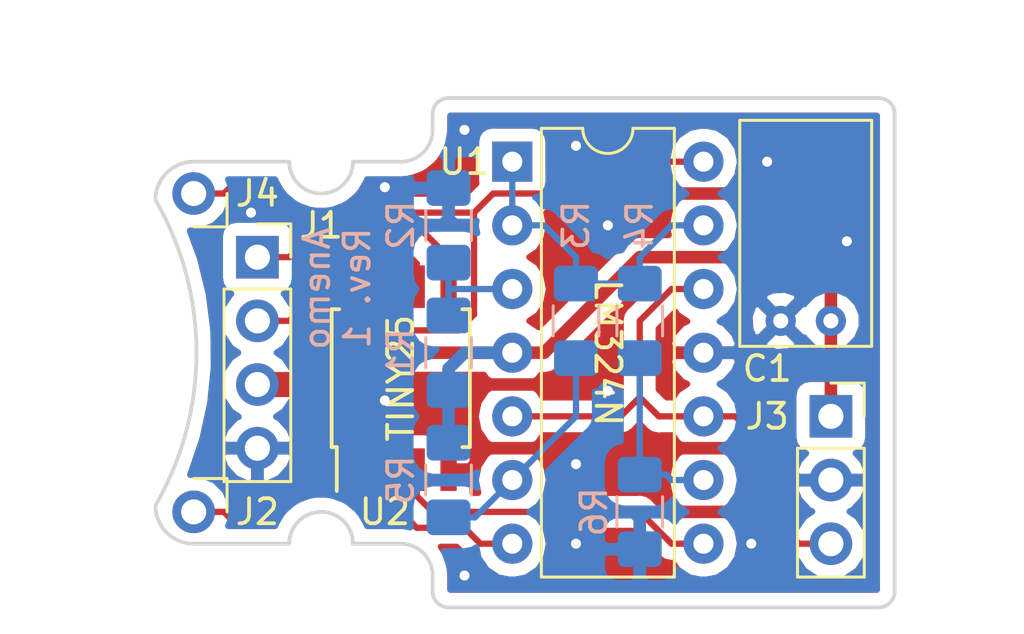
<source format=kicad_pcb>
(kicad_pcb (version 20171130) (host pcbnew 5.0.2+dfsg1-1)

  (general
    (thickness 1.6)
    (drawings 21)
    (tracks 114)
    (zones 0)
    (modules 13)
    (nets 14)
  )

  (page A4)
  (layers
    (0 F.Cu signal)
    (31 B.Cu signal)
    (32 B.Adhes user)
    (33 F.Adhes user)
    (34 B.Paste user)
    (35 F.Paste user)
    (36 B.SilkS user)
    (37 F.SilkS user)
    (38 B.Mask user)
    (39 F.Mask user)
    (40 Dwgs.User user)
    (41 Cmts.User user)
    (42 Eco1.User user)
    (43 Eco2.User user)
    (44 Edge.Cuts user)
    (45 Margin user)
    (46 B.CrtYd user)
    (47 F.CrtYd user)
    (48 B.Fab user)
    (49 F.Fab user)
  )

  (setup
    (last_trace_width 0.25)
    (trace_clearance 0.2)
    (zone_clearance 0.508)
    (zone_45_only no)
    (trace_min 0.2)
    (segment_width 0.2)
    (edge_width 0.15)
    (via_size 0.8)
    (via_drill 0.4)
    (via_min_size 0.6858)
    (via_min_drill 0.3302)
    (uvia_size 0.3)
    (uvia_drill 0.1)
    (uvias_allowed no)
    (uvia_min_size 0.3)
    (uvia_min_drill 0.1)
    (pcb_text_width 0.3)
    (pcb_text_size 1.5 1.5)
    (mod_edge_width 0.15)
    (mod_text_size 1 1)
    (mod_text_width 0.15)
    (pad_size 1.7 1.7)
    (pad_drill 1)
    (pad_to_mask_clearance 0.051)
    (solder_mask_min_width 0.25)
    (aux_axis_origin 0 0)
    (visible_elements FFFFFF7F)
    (pcbplotparams
      (layerselection 0x010fc_ffffffff)
      (usegerberextensions false)
      (usegerberattributes false)
      (usegerberadvancedattributes false)
      (creategerberjobfile false)
      (excludeedgelayer true)
      (linewidth 0.100000)
      (plotframeref false)
      (viasonmask false)
      (mode 1)
      (useauxorigin false)
      (hpglpennumber 1)
      (hpglpenspeed 20)
      (hpglpendiameter 15.000000)
      (psnegative false)
      (psa4output false)
      (plotreference true)
      (plotvalue true)
      (plotinvisibletext false)
      (padsonsilk false)
      (subtractmaskfromsilk false)
      (outputformat 1)
      (mirror false)
      (drillshape 1)
      (scaleselection 1)
      (outputdirectory ""))
  )

  (net 0 "")
  (net 1 "Net-(J2-Pad1)")
  (net 2 "Net-(U1-Pad8)")
  (net 3 GND)
  (net 4 "Net-(J1-Pad2)")
  (net 5 +5V)
  (net 6 "Net-(R1-Pad2)")
  (net 7 "Net-(R3-Pad1)")
  (net 8 "Net-(R3-Pad2)")
  (net 9 "Net-(R4-Pad2)")
  (net 10 HALL)
  (net 11 "Net-(U1-Pad7)")
  (net 12 "Net-(J1-Pad1)")
  (net 13 "Net-(J4-Pad1)")

  (net_class Default "This is the default net class."
    (clearance 0.2)
    (trace_width 0.25)
    (via_dia 0.8)
    (via_drill 0.4)
    (uvia_dia 0.3)
    (uvia_drill 0.1)
    (add_net +5V)
    (add_net GND)
    (add_net HALL)
    (add_net "Net-(J1-Pad1)")
    (add_net "Net-(J1-Pad2)")
    (add_net "Net-(J2-Pad1)")
    (add_net "Net-(J4-Pad1)")
    (add_net "Net-(R1-Pad2)")
    (add_net "Net-(R3-Pad1)")
    (add_net "Net-(R3-Pad2)")
    (add_net "Net-(R4-Pad2)")
    (add_net "Net-(U1-Pad7)")
    (add_net "Net-(U1-Pad8)")
  )

  (module Capacitor_THT:C_Radial_D5.0mm_H7.0mm_P2.00mm (layer F.Cu) (tedit 5C49AEC7) (tstamp 5C47C8D6)
    (at 177.8 72.39 180)
    (descr "C, Radial series, Radial, pin pitch=2.00mm, diameter=5mm, height=7mm, Non-Polar Electrolytic Capacitor")
    (tags "C Radial series Radial pin pitch 2.00mm diameter 5mm height 7mm Non-Polar Electrolytic Capacitor")
    (path /5C47D27C)
    (fp_text reference C1 (at 2.54 -1.905 180) (layer F.SilkS)
      (effects (font (size 1 1) (thickness 0.15)))
    )
    (fp_text value 47uF (at 1 3.75 180) (layer F.Fab)
      (effects (font (size 1 1) (thickness 0.15)))
    )
    (fp_circle (center 1 0) (end 3.5 0) (layer F.Fab) (width 0.1))
    (fp_circle (center 1 0) (end 3.75 0) (layer F.CrtYd) (width 0.05))
    (fp_text user %R (at 1 0 180) (layer F.Fab)
      (effects (font (size 1 1) (thickness 0.15)))
    )
    (fp_line (start -1.6256 8.001) (end -1.6256 -1.016) (layer F.SilkS) (width 0.12))
    (fp_line (start -1.6256 -1.016) (end 3.6322 -1.016) (layer F.SilkS) (width 0.12))
    (fp_line (start 3.6322 -1.016) (end 3.6322 8.001) (layer F.SilkS) (width 0.12))
    (fp_line (start -1.6256 8.001) (end 3.6322 8.001) (layer F.SilkS) (width 0.12))
    (pad 1 thru_hole circle (at 0 0 180) (size 1.2 1.2) (drill 0.6) (layers *.Cu *.Mask)
      (net 5 +5V))
    (pad 2 thru_hole circle (at 2 0 180) (size 1.2 1.2) (drill 0.6) (layers *.Cu *.Mask)
      (net 3 GND))
    (model ${KISYS3DMOD}/Capacitor_THT.3dshapes/C_Radial_D5.0mm_H7.0mm_P2.00mm.wrl
      (at (xyz 0 0 0))
      (scale (xyz 1 1 1))
      (rotate (xyz 0 0 0))
    )
  )

  (module Connector_PinSocket_2.54mm:PinSocket_1x01_P2.54mm_Vertical (layer F.Cu) (tedit 5C49AC3C) (tstamp 5C558828)
    (at 152.4 67.31 270)
    (descr "Through hole straight socket strip, 1x01, 2.54mm pitch, single row (from Kicad 4.0.7), script generated")
    (tags "Through hole socket strip THT 1x01 2.54mm single row")
    (path /5C491A8A)
    (fp_text reference J4 (at 0 -2.54 180) (layer F.SilkS)
      (effects (font (size 1 1) (thickness 0.15)))
    )
    (fp_text value Conn_01x02_Female (at 0 2.77 270) (layer F.Fab)
      (effects (font (size 1 1) (thickness 0.15)))
    )
    (fp_text user %R (at 0 0 270) (layer F.Fab)
      (effects (font (size 1 1) (thickness 0.15)))
    )
    (fp_line (start -1.8 1.75) (end -1.8 -1.8) (layer F.CrtYd) (width 0.05))
    (fp_line (start 1.75 1.75) (end -1.8 1.75) (layer F.CrtYd) (width 0.05))
    (fp_line (start 1.75 -1.8) (end 1.75 1.75) (layer F.CrtYd) (width 0.05))
    (fp_line (start -1.8 -1.8) (end 1.75 -1.8) (layer F.CrtYd) (width 0.05))
    (fp_line (start 0 -1.33) (end 1.33 -1.33) (layer F.SilkS) (width 0.12))
    (fp_line (start 1.33 -1.33) (end 1.33 0) (layer F.SilkS) (width 0.12))
    (fp_line (start -1.27 1.27) (end -1.27 -1.27) (layer F.Fab) (width 0.1))
    (fp_line (start 1.27 1.27) (end -1.27 1.27) (layer F.Fab) (width 0.1))
    (fp_line (start 1.27 -0.635) (end 1.27 1.27) (layer F.Fab) (width 0.1))
    (fp_line (start 0.635 -1.27) (end 1.27 -0.635) (layer F.Fab) (width 0.1))
    (fp_line (start -1.27 -1.27) (end 0.635 -1.27) (layer F.Fab) (width 0.1))
    (pad 1 thru_hole circle (at 0 0 270) (size 1.7 1.7) (drill 1) (layers *.Cu *.Mask)
      (net 13 "Net-(J4-Pad1)"))
    (model ${KISYS3DMOD}/Connector_PinSocket_2.54mm.3dshapes/PinSocket_1x01_P2.54mm_Vertical.wrl
      (at (xyz 0 0 0))
      (scale (xyz 1 1 1))
      (rotate (xyz 0 0 0))
    )
  )

  (module Connector_PinSocket_2.54mm:PinSocket_1x01_P2.54mm_Vertical (layer F.Cu) (tedit 5C49AC19) (tstamp 5C558815)
    (at 152.4 80.01)
    (descr "Through hole straight socket strip, 1x01, 2.54mm pitch, single row (from Kicad 4.0.7), script generated")
    (tags "Through hole socket strip THT 1x01 2.54mm single row")
    (path /5C485E8F)
    (fp_text reference J2 (at 2.54 0) (layer F.SilkS)
      (effects (font (size 1 1) (thickness 0.15)))
    )
    (fp_text value Conn_01x02_Female (at 0 2.77) (layer F.Fab)
      (effects (font (size 1 1) (thickness 0.15)))
    )
    (fp_line (start -1.27 -1.27) (end 0.635 -1.27) (layer F.Fab) (width 0.1))
    (fp_line (start 0.635 -1.27) (end 1.27 -0.635) (layer F.Fab) (width 0.1))
    (fp_line (start 1.27 -0.635) (end 1.27 1.27) (layer F.Fab) (width 0.1))
    (fp_line (start 1.27 1.27) (end -1.27 1.27) (layer F.Fab) (width 0.1))
    (fp_line (start -1.27 1.27) (end -1.27 -1.27) (layer F.Fab) (width 0.1))
    (fp_line (start 1.33 -1.33) (end 1.33 0) (layer F.SilkS) (width 0.12))
    (fp_line (start 0 -1.33) (end 1.33 -1.33) (layer F.SilkS) (width 0.12))
    (fp_line (start -1.8 -1.8) (end 1.75 -1.8) (layer F.CrtYd) (width 0.05))
    (fp_line (start 1.75 -1.8) (end 1.75 1.75) (layer F.CrtYd) (width 0.05))
    (fp_line (start 1.75 1.75) (end -1.8 1.75) (layer F.CrtYd) (width 0.05))
    (fp_line (start -1.8 1.75) (end -1.8 -1.8) (layer F.CrtYd) (width 0.05))
    (fp_text user %R (at 0 0) (layer F.Fab)
      (effects (font (size 1 1) (thickness 0.15)))
    )
    (pad 1 thru_hole circle (at 0 0) (size 1.7 1.7) (drill 1) (layers *.Cu *.Mask)
      (net 1 "Net-(J2-Pad1)"))
    (model ${KISYS3DMOD}/Connector_PinSocket_2.54mm.3dshapes/PinSocket_1x01_P2.54mm_Vertical.wrl
      (at (xyz 0 0 0))
      (scale (xyz 1 1 1))
      (rotate (xyz 0 0 0))
    )
  )

  (module Package_DIP:DIP-14_W7.62mm (layer F.Cu) (tedit 5C49AF6E) (tstamp 5C5423B6)
    (at 165.1 66.04)
    (descr "14-lead though-hole mounted DIP package, row spacing 7.62 mm (300 mils)")
    (tags "THT DIP DIL PDIP 2.54mm 7.62mm 300mil")
    (path /5C479A45)
    (fp_text reference U1 (at -1.905 0) (layer F.SilkS)
      (effects (font (size 1 1) (thickness 0.15)))
    )
    (fp_text value LM324 (at 3.81 17.57) (layer F.Fab)
      (effects (font (size 1 1) (thickness 0.15)))
    )
    (fp_arc (start 3.81 -1.33) (end 2.81 -1.33) (angle -180) (layer F.SilkS) (width 0.12))
    (fp_line (start 1.635 -1.27) (end 6.985 -1.27) (layer F.Fab) (width 0.1))
    (fp_line (start 6.985 -1.27) (end 6.985 16.51) (layer F.Fab) (width 0.1))
    (fp_line (start 6.985 16.51) (end 0.635 16.51) (layer F.Fab) (width 0.1))
    (fp_line (start 0.635 16.51) (end 0.635 -0.27) (layer F.Fab) (width 0.1))
    (fp_line (start 0.635 -0.27) (end 1.635 -1.27) (layer F.Fab) (width 0.1))
    (fp_line (start 2.81 -1.33) (end 1.16 -1.33) (layer F.SilkS) (width 0.12))
    (fp_line (start 1.16 -1.33) (end 1.16 16.57) (layer F.SilkS) (width 0.12))
    (fp_line (start 1.16 16.57) (end 6.46 16.57) (layer F.SilkS) (width 0.12))
    (fp_line (start 6.46 16.57) (end 6.46 -1.33) (layer F.SilkS) (width 0.12))
    (fp_line (start 6.46 -1.33) (end 4.81 -1.33) (layer F.SilkS) (width 0.12))
    (fp_line (start -1.1 -1.55) (end -1.1 16.8) (layer F.CrtYd) (width 0.05))
    (fp_line (start -1.1 16.8) (end 8.7 16.8) (layer F.CrtYd) (width 0.05))
    (fp_line (start 8.7 16.8) (end 8.7 -1.55) (layer F.CrtYd) (width 0.05))
    (fp_line (start 8.7 -1.55) (end -1.1 -1.55) (layer F.CrtYd) (width 0.05))
    (fp_text user LM324N (at 3.81 7.62 -90 unlocked) (layer F.SilkS)
      (effects (font (size 1 1) (thickness 0.15)))
    )
    (pad 1 thru_hole rect (at 0 0) (size 1.6 1.6) (drill 0.8) (layers *.Cu *.Mask)
      (net 8 "Net-(R3-Pad2)"))
    (pad 8 thru_hole oval (at 7.62 15.24) (size 1.6 1.6) (drill 0.8) (layers *.Cu *.Mask)
      (net 2 "Net-(U1-Pad8)"))
    (pad 2 thru_hole oval (at 0 2.54) (size 1.6 1.6) (drill 0.8) (layers *.Cu *.Mask)
      (net 8 "Net-(R3-Pad2)"))
    (pad 9 thru_hole oval (at 7.62 12.7) (size 1.6 1.6) (drill 0.8) (layers *.Cu *.Mask)
      (net 9 "Net-(R4-Pad2)"))
    (pad 3 thru_hole oval (at 0 5.08) (size 1.6 1.6) (drill 0.8) (layers *.Cu *.Mask)
      (net 6 "Net-(R1-Pad2)"))
    (pad 10 thru_hole oval (at 7.62 10.16) (size 1.6 1.6) (drill 0.8) (layers *.Cu *.Mask)
      (net 10 HALL))
    (pad 4 thru_hole oval (at 0 7.62) (size 1.6 1.6) (drill 0.8) (layers *.Cu *.Mask)
      (net 5 +5V))
    (pad 11 thru_hole oval (at 7.62 7.62) (size 1.6 1.6) (drill 0.8) (layers *.Cu *.Mask)
      (net 3 GND))
    (pad 5 thru_hole oval (at 0 10.16) (size 1.6 1.6) (drill 0.8) (layers *.Cu *.Mask)
      (net 10 HALL))
    (pad 12 thru_hole oval (at 7.62 5.08) (size 1.6 1.6) (drill 0.8) (layers *.Cu *.Mask)
      (net 10 HALL))
    (pad 6 thru_hole oval (at 0 12.7) (size 1.6 1.6) (drill 0.8) (layers *.Cu *.Mask)
      (net 7 "Net-(R3-Pad1)"))
    (pad 13 thru_hole oval (at 7.62 2.54) (size 1.6 1.6) (drill 0.8) (layers *.Cu *.Mask)
      (net 8 "Net-(R3-Pad2)"))
    (pad 7 thru_hole oval (at 0 15.24) (size 1.6 1.6) (drill 0.8) (layers *.Cu *.Mask)
      (net 11 "Net-(U1-Pad7)"))
    (pad 14 thru_hole oval (at 7.62 0) (size 1.6 1.6) (drill 0.8) (layers *.Cu *.Mask)
      (net 13 "Net-(J4-Pad1)"))
    (model ${KISYS3DMOD}/Package_DIP.3dshapes/DIP-14_W7.62mm.wrl
      (at (xyz 0 0 0))
      (scale (xyz 1 1 1))
      (rotate (xyz 0 0 0))
    )
  )

  (module Resistor_SMD:R_1206_3216Metric_Pad1.42x1.75mm_HandSolder (layer B.Cu) (tedit 5B301BBD) (tstamp 5C555F1C)
    (at 170.18 80.01 270)
    (descr "Resistor SMD 1206 (3216 Metric), square (rectangular) end terminal, IPC_7351 nominal with elongated pad for handsoldering. (Body size source: http://www.tortai-tech.com/upload/download/2011102023233369053.pdf), generated with kicad-footprint-generator")
    (tags "resistor handsolder")
    (path /5C4875E5)
    (attr smd)
    (fp_text reference R6 (at 0 1.82 270) (layer B.SilkS)
      (effects (font (size 1 1) (thickness 0.15)) (justify mirror))
    )
    (fp_text value R (at 0 -1.82 270) (layer B.Fab)
      (effects (font (size 1 1) (thickness 0.15)) (justify mirror))
    )
    (fp_text user %R (at 0 0 270) (layer B.Fab)
      (effects (font (size 0.8 0.8) (thickness 0.12)) (justify mirror))
    )
    (fp_line (start 2.45 -1.12) (end -2.45 -1.12) (layer B.CrtYd) (width 0.05))
    (fp_line (start 2.45 1.12) (end 2.45 -1.12) (layer B.CrtYd) (width 0.05))
    (fp_line (start -2.45 1.12) (end 2.45 1.12) (layer B.CrtYd) (width 0.05))
    (fp_line (start -2.45 -1.12) (end -2.45 1.12) (layer B.CrtYd) (width 0.05))
    (fp_line (start -0.602064 -0.91) (end 0.602064 -0.91) (layer B.SilkS) (width 0.12))
    (fp_line (start -0.602064 0.91) (end 0.602064 0.91) (layer B.SilkS) (width 0.12))
    (fp_line (start 1.6 -0.8) (end -1.6 -0.8) (layer B.Fab) (width 0.1))
    (fp_line (start 1.6 0.8) (end 1.6 -0.8) (layer B.Fab) (width 0.1))
    (fp_line (start -1.6 0.8) (end 1.6 0.8) (layer B.Fab) (width 0.1))
    (fp_line (start -1.6 -0.8) (end -1.6 0.8) (layer B.Fab) (width 0.1))
    (pad 2 smd roundrect (at 1.4875 0 270) (size 1.425 1.75) (layers B.Cu B.Paste B.Mask) (roundrect_rratio 0.175439)
      (net 3 GND))
    (pad 1 smd roundrect (at -1.4875 0 270) (size 1.425 1.75) (layers B.Cu B.Paste B.Mask) (roundrect_rratio 0.175439)
      (net 9 "Net-(R4-Pad2)"))
    (model ${KISYS3DMOD}/Resistor_SMD.3dshapes/R_1206_3216Metric.wrl
      (at (xyz 0 0 0))
      (scale (xyz 1 1 1))
      (rotate (xyz 0 0 0))
    )
  )

  (module Resistor_SMD:R_1206_3216Metric_Pad1.42x1.75mm_HandSolder (layer B.Cu) (tedit 5B301BBD) (tstamp 5C555F0C)
    (at 162.56 78.74 270)
    (descr "Resistor SMD 1206 (3216 Metric), square (rectangular) end terminal, IPC_7351 nominal with elongated pad for handsoldering. (Body size source: http://www.tortai-tech.com/upload/download/2011102023233369053.pdf), generated with kicad-footprint-generator")
    (tags "resistor handsolder")
    (path /5C488778)
    (attr smd)
    (fp_text reference R5 (at 0 1.905 270) (layer B.SilkS)
      (effects (font (size 1 1) (thickness 0.15)) (justify mirror))
    )
    (fp_text value R (at 0 -1.82 270) (layer B.Fab)
      (effects (font (size 1 1) (thickness 0.15)) (justify mirror))
    )
    (fp_line (start -1.6 -0.8) (end -1.6 0.8) (layer B.Fab) (width 0.1))
    (fp_line (start -1.6 0.8) (end 1.6 0.8) (layer B.Fab) (width 0.1))
    (fp_line (start 1.6 0.8) (end 1.6 -0.8) (layer B.Fab) (width 0.1))
    (fp_line (start 1.6 -0.8) (end -1.6 -0.8) (layer B.Fab) (width 0.1))
    (fp_line (start -0.602064 0.91) (end 0.602064 0.91) (layer B.SilkS) (width 0.12))
    (fp_line (start -0.602064 -0.91) (end 0.602064 -0.91) (layer B.SilkS) (width 0.12))
    (fp_line (start -2.45 -1.12) (end -2.45 1.12) (layer B.CrtYd) (width 0.05))
    (fp_line (start -2.45 1.12) (end 2.45 1.12) (layer B.CrtYd) (width 0.05))
    (fp_line (start 2.45 1.12) (end 2.45 -1.12) (layer B.CrtYd) (width 0.05))
    (fp_line (start 2.45 -1.12) (end -2.45 -1.12) (layer B.CrtYd) (width 0.05))
    (fp_text user %R (at 0 0 270) (layer B.Fab)
      (effects (font (size 0.8 0.8) (thickness 0.12)) (justify mirror))
    )
    (pad 1 smd roundrect (at -1.4875 0 270) (size 1.425 1.75) (layers B.Cu B.Paste B.Mask) (roundrect_rratio 0.175439)
      (net 5 +5V))
    (pad 2 smd roundrect (at 1.4875 0 270) (size 1.425 1.75) (layers B.Cu B.Paste B.Mask) (roundrect_rratio 0.175439)
      (net 7 "Net-(R3-Pad1)"))
    (model ${KISYS3DMOD}/Resistor_SMD.3dshapes/R_1206_3216Metric.wrl
      (at (xyz 0 0 0))
      (scale (xyz 1 1 1))
      (rotate (xyz 0 0 0))
    )
  )

  (module Resistor_SMD:R_1206_3216Metric_Pad1.42x1.75mm_HandSolder (layer B.Cu) (tedit 5B301BBD) (tstamp 5C555EFC)
    (at 170.18 72.39 270)
    (descr "Resistor SMD 1206 (3216 Metric), square (rectangular) end terminal, IPC_7351 nominal with elongated pad for handsoldering. (Body size source: http://www.tortai-tech.com/upload/download/2011102023233369053.pdf), generated with kicad-footprint-generator")
    (tags "resistor handsolder")
    (path /5C47B1B8)
    (attr smd)
    (fp_text reference R4 (at -3.81 0 270) (layer B.SilkS)
      (effects (font (size 1 1) (thickness 0.15)) (justify mirror))
    )
    (fp_text value R (at 0 -1.82 270) (layer B.Fab)
      (effects (font (size 1 1) (thickness 0.15)) (justify mirror))
    )
    (fp_text user %R (at 0 0 270) (layer B.Fab)
      (effects (font (size 0.8 0.8) (thickness 0.12)) (justify mirror))
    )
    (fp_line (start 2.45 -1.12) (end -2.45 -1.12) (layer B.CrtYd) (width 0.05))
    (fp_line (start 2.45 1.12) (end 2.45 -1.12) (layer B.CrtYd) (width 0.05))
    (fp_line (start -2.45 1.12) (end 2.45 1.12) (layer B.CrtYd) (width 0.05))
    (fp_line (start -2.45 -1.12) (end -2.45 1.12) (layer B.CrtYd) (width 0.05))
    (fp_line (start -0.602064 -0.91) (end 0.602064 -0.91) (layer B.SilkS) (width 0.12))
    (fp_line (start -0.602064 0.91) (end 0.602064 0.91) (layer B.SilkS) (width 0.12))
    (fp_line (start 1.6 -0.8) (end -1.6 -0.8) (layer B.Fab) (width 0.1))
    (fp_line (start 1.6 0.8) (end 1.6 -0.8) (layer B.Fab) (width 0.1))
    (fp_line (start -1.6 0.8) (end 1.6 0.8) (layer B.Fab) (width 0.1))
    (fp_line (start -1.6 -0.8) (end -1.6 0.8) (layer B.Fab) (width 0.1))
    (pad 2 smd roundrect (at 1.4875 0 270) (size 1.425 1.75) (layers B.Cu B.Paste B.Mask) (roundrect_rratio 0.175439)
      (net 9 "Net-(R4-Pad2)"))
    (pad 1 smd roundrect (at -1.4875 0 270) (size 1.425 1.75) (layers B.Cu B.Paste B.Mask) (roundrect_rratio 0.175439)
      (net 8 "Net-(R3-Pad2)"))
    (model ${KISYS3DMOD}/Resistor_SMD.3dshapes/R_1206_3216Metric.wrl
      (at (xyz 0 0 0))
      (scale (xyz 1 1 1))
      (rotate (xyz 0 0 0))
    )
  )

  (module Resistor_SMD:R_1206_3216Metric_Pad1.42x1.75mm_HandSolder (layer B.Cu) (tedit 5B301BBD) (tstamp 5C556674)
    (at 167.64 72.39 90)
    (descr "Resistor SMD 1206 (3216 Metric), square (rectangular) end terminal, IPC_7351 nominal with elongated pad for handsoldering. (Body size source: http://www.tortai-tech.com/upload/download/2011102023233369053.pdf), generated with kicad-footprint-generator")
    (tags "resistor handsolder")
    (path /5C47B160)
    (attr smd)
    (fp_text reference R3 (at 3.81 0 90) (layer B.SilkS)
      (effects (font (size 1 1) (thickness 0.15)) (justify mirror))
    )
    (fp_text value R (at 0 -1.82 90) (layer B.Fab)
      (effects (font (size 1 1) (thickness 0.15)) (justify mirror))
    )
    (fp_line (start -1.6 -0.8) (end -1.6 0.8) (layer B.Fab) (width 0.1))
    (fp_line (start -1.6 0.8) (end 1.6 0.8) (layer B.Fab) (width 0.1))
    (fp_line (start 1.6 0.8) (end 1.6 -0.8) (layer B.Fab) (width 0.1))
    (fp_line (start 1.6 -0.8) (end -1.6 -0.8) (layer B.Fab) (width 0.1))
    (fp_line (start -0.602064 0.91) (end 0.602064 0.91) (layer B.SilkS) (width 0.12))
    (fp_line (start -0.602064 -0.91) (end 0.602064 -0.91) (layer B.SilkS) (width 0.12))
    (fp_line (start -2.45 -1.12) (end -2.45 1.12) (layer B.CrtYd) (width 0.05))
    (fp_line (start -2.45 1.12) (end 2.45 1.12) (layer B.CrtYd) (width 0.05))
    (fp_line (start 2.45 1.12) (end 2.45 -1.12) (layer B.CrtYd) (width 0.05))
    (fp_line (start 2.45 -1.12) (end -2.45 -1.12) (layer B.CrtYd) (width 0.05))
    (fp_text user %R (at 0 0 90) (layer B.Fab)
      (effects (font (size 0.8 0.8) (thickness 0.12)) (justify mirror))
    )
    (pad 1 smd roundrect (at -1.4875 0 90) (size 1.425 1.75) (layers B.Cu B.Paste B.Mask) (roundrect_rratio 0.175439)
      (net 7 "Net-(R3-Pad1)"))
    (pad 2 smd roundrect (at 1.4875 0 90) (size 1.425 1.75) (layers B.Cu B.Paste B.Mask) (roundrect_rratio 0.175439)
      (net 8 "Net-(R3-Pad2)"))
    (model ${KISYS3DMOD}/Resistor_SMD.3dshapes/R_1206_3216Metric.wrl
      (at (xyz 0 0 0))
      (scale (xyz 1 1 1))
      (rotate (xyz 0 0 0))
    )
  )

  (module Resistor_SMD:R_1206_3216Metric_Pad1.42x1.75mm_HandSolder (layer B.Cu) (tedit 5B301BBD) (tstamp 5C555EDC)
    (at 162.56 68.58 90)
    (descr "Resistor SMD 1206 (3216 Metric), square (rectangular) end terminal, IPC_7351 nominal with elongated pad for handsoldering. (Body size source: http://www.tortai-tech.com/upload/download/2011102023233369053.pdf), generated with kicad-footprint-generator")
    (tags "resistor handsolder")
    (path /5C47A48E)
    (attr smd)
    (fp_text reference R2 (at 0 -1.905 90) (layer B.SilkS)
      (effects (font (size 1 1) (thickness 0.15)) (justify mirror))
    )
    (fp_text value R (at 0 -1.82 90) (layer B.Fab)
      (effects (font (size 1 1) (thickness 0.15)) (justify mirror))
    )
    (fp_text user %R (at 0 0 90) (layer B.Fab)
      (effects (font (size 0.8 0.8) (thickness 0.12)) (justify mirror))
    )
    (fp_line (start 2.45 -1.12) (end -2.45 -1.12) (layer B.CrtYd) (width 0.05))
    (fp_line (start 2.45 1.12) (end 2.45 -1.12) (layer B.CrtYd) (width 0.05))
    (fp_line (start -2.45 1.12) (end 2.45 1.12) (layer B.CrtYd) (width 0.05))
    (fp_line (start -2.45 -1.12) (end -2.45 1.12) (layer B.CrtYd) (width 0.05))
    (fp_line (start -0.602064 -0.91) (end 0.602064 -0.91) (layer B.SilkS) (width 0.12))
    (fp_line (start -0.602064 0.91) (end 0.602064 0.91) (layer B.SilkS) (width 0.12))
    (fp_line (start 1.6 -0.8) (end -1.6 -0.8) (layer B.Fab) (width 0.1))
    (fp_line (start 1.6 0.8) (end 1.6 -0.8) (layer B.Fab) (width 0.1))
    (fp_line (start -1.6 0.8) (end 1.6 0.8) (layer B.Fab) (width 0.1))
    (fp_line (start -1.6 -0.8) (end -1.6 0.8) (layer B.Fab) (width 0.1))
    (pad 2 smd roundrect (at 1.4875 0 90) (size 1.425 1.75) (layers B.Cu B.Paste B.Mask) (roundrect_rratio 0.175439)
      (net 3 GND))
    (pad 1 smd roundrect (at -1.4875 0 90) (size 1.425 1.75) (layers B.Cu B.Paste B.Mask) (roundrect_rratio 0.175439)
      (net 6 "Net-(R1-Pad2)"))
    (model ${KISYS3DMOD}/Resistor_SMD.3dshapes/R_1206_3216Metric.wrl
      (at (xyz 0 0 0))
      (scale (xyz 1 1 1))
      (rotate (xyz 0 0 0))
    )
  )

  (module Resistor_SMD:R_1206_3216Metric_Pad1.42x1.75mm_HandSolder (layer B.Cu) (tedit 5C48908A) (tstamp 5C555ECC)
    (at 162.56 73.66 90)
    (descr "Resistor SMD 1206 (3216 Metric), square (rectangular) end terminal, IPC_7351 nominal with elongated pad for handsoldering. (Body size source: http://www.tortai-tech.com/upload/download/2011102023233369053.pdf), generated with kicad-footprint-generator")
    (tags "resistor handsolder")
    (path /5C47A3F8)
    (attr smd)
    (fp_text reference R1 (at 0 -1.905 90) (layer B.SilkS)
      (effects (font (size 1 1) (thickness 0.15)) (justify mirror))
    )
    (fp_text value R (at 0 -1.82 90) (layer B.Fab)
      (effects (font (size 1 1) (thickness 0.15)) (justify mirror))
    )
    (fp_line (start -1.6 -0.8) (end -1.6 0.8) (layer B.Fab) (width 0.1))
    (fp_line (start -1.6 0.8) (end 1.6 0.8) (layer B.Fab) (width 0.1))
    (fp_line (start 1.6 0.8) (end 1.6 -0.8) (layer B.Fab) (width 0.1))
    (fp_line (start 1.6 -0.8) (end -1.6 -0.8) (layer B.Fab) (width 0.1))
    (fp_line (start -0.602064 0.91) (end 0.602064 0.91) (layer B.SilkS) (width 0.12))
    (fp_line (start -0.602064 -0.91) (end 0.602064 -0.91) (layer B.SilkS) (width 0.12))
    (fp_line (start -2.45 -1.12) (end -2.45 1.12) (layer B.CrtYd) (width 0.05))
    (fp_line (start -2.45 1.12) (end 2.45 1.12) (layer B.CrtYd) (width 0.05))
    (fp_line (start 2.45 1.12) (end 2.45 -1.12) (layer B.CrtYd) (width 0.05))
    (fp_line (start 2.45 -1.12) (end -2.45 -1.12) (layer B.CrtYd) (width 0.05))
    (fp_text user %R (at 0 0 90) (layer B.Fab)
      (effects (font (size 0.8 0.8) (thickness 0.12)) (justify mirror))
    )
    (pad 1 smd roundrect (at -1.4875 0 90) (size 1.425 1.75) (layers B.Cu B.Paste B.Mask) (roundrect_rratio 0.175439)
      (net 5 +5V))
    (pad 2 smd roundrect (at 1.4875 0 90) (size 1.425 1.75) (layers B.Cu B.Paste B.Mask) (roundrect_rratio 0.175439)
      (net 6 "Net-(R1-Pad2)"))
    (model ${KISYS3DMOD}/Resistor_SMD.3dshapes/R_1206_3216Metric.wrl
      (at (xyz 0 0 0))
      (scale (xyz 1 1 1))
      (rotate (xyz 0 0 0))
    )
  )

  (module Package_SO:SOIJ-8_5.3x5.3mm_P1.27mm (layer F.Cu) (tedit 5C49AFFF) (tstamp 5C47A4E1)
    (at 160.655 74.676 90)
    (descr "8-Lead Plastic Small Outline (SM) - Medium, 5.28 mm Body [SOIC] (see Microchip Packaging Specification 00000049BS.pdf)")
    (tags "SOIC 1.27")
    (path /5C47E1C8)
    (attr smd)
    (fp_text reference U2 (at -5.334 -0.635 180) (layer F.SilkS)
      (effects (font (size 1 1) (thickness 0.15)))
    )
    (fp_text value ATtiny25-20SU (at 0 3.68 90) (layer F.Fab)
      (effects (font (size 1 1) (thickness 0.15)))
    )
    (fp_line (start -2.75 -2.55) (end -4.5 -2.55) (layer F.SilkS) (width 0.15))
    (fp_line (start -2.75 2.755) (end 2.75 2.755) (layer F.SilkS) (width 0.15))
    (fp_line (start -2.75 -2.755) (end 2.75 -2.755) (layer F.SilkS) (width 0.15))
    (fp_line (start -2.75 2.755) (end -2.75 2.455) (layer F.SilkS) (width 0.15))
    (fp_line (start 2.75 2.755) (end 2.75 2.455) (layer F.SilkS) (width 0.15))
    (fp_line (start 2.75 -2.755) (end 2.75 -2.455) (layer F.SilkS) (width 0.15))
    (fp_line (start -2.75 -2.755) (end -2.75 -2.55) (layer F.SilkS) (width 0.15))
    (fp_line (start -4.75 2.95) (end 4.75 2.95) (layer F.CrtYd) (width 0.05))
    (fp_line (start -4.75 -2.95) (end 4.75 -2.95) (layer F.CrtYd) (width 0.05))
    (fp_line (start 4.75 -2.95) (end 4.75 2.95) (layer F.CrtYd) (width 0.05))
    (fp_line (start -4.75 -2.95) (end -4.75 2.95) (layer F.CrtYd) (width 0.05))
    (fp_line (start -2.65 -1.65) (end -1.65 -2.65) (layer F.Fab) (width 0.15))
    (fp_line (start -2.65 2.65) (end -2.65 -1.65) (layer F.Fab) (width 0.15))
    (fp_line (start 2.65 2.65) (end -2.65 2.65) (layer F.Fab) (width 0.15))
    (fp_line (start 2.65 -2.65) (end 2.65 2.65) (layer F.Fab) (width 0.15))
    (fp_line (start -1.65 -2.65) (end 2.65 -2.65) (layer F.Fab) (width 0.15))
    (fp_text user TINY25 (at 0 0 90) (layer F.SilkS)
      (effects (font (size 1 1) (thickness 0.15)))
    )
    (pad 8 smd rect (at 3.65 -1.905 90) (size 1.7 0.65) (layers F.Cu F.Paste F.Mask)
      (net 5 +5V))
    (pad 7 smd rect (at 3.65 -0.635 90) (size 1.7 0.65) (layers F.Cu F.Paste F.Mask)
      (net 13 "Net-(J4-Pad1)"))
    (pad 6 smd rect (at 3.65 0.635 90) (size 1.7 0.65) (layers F.Cu F.Paste F.Mask)
      (net 4 "Net-(J1-Pad2)"))
    (pad 5 smd rect (at 3.65 1.905 90) (size 1.7 0.65) (layers F.Cu F.Paste F.Mask)
      (net 12 "Net-(J1-Pad1)"))
    (pad 4 smd rect (at -3.65 1.905 90) (size 1.7 0.65) (layers F.Cu F.Paste F.Mask)
      (net 3 GND))
    (pad 3 smd rect (at -3.65 0.635 90) (size 1.7 0.65) (layers F.Cu F.Paste F.Mask)
      (net 2 "Net-(U1-Pad8)"))
    (pad 2 smd rect (at -3.65 -0.635 90) (size 1.7 0.65) (layers F.Cu F.Paste F.Mask)
      (net 11 "Net-(U1-Pad7)"))
    (pad 1 smd rect (at -3.65 -1.905 90) (size 1.7 0.65) (layers F.Cu F.Paste F.Mask)
      (net 1 "Net-(J2-Pad1)"))
    (model ${KISYS3DMOD}/Package_SO.3dshapes/SOIJ-8_5.3x5.3mm_P1.27mm.wrl
      (at (xyz 0 0 0))
      (scale (xyz 1 1 1))
      (rotate (xyz 0 0 0))
    )
  )

  (module Connector_PinSocket_2.54mm:PinSocket_1x03_P2.54mm_Vertical (layer F.Cu) (tedit 5A19A429) (tstamp 5C47C901)
    (at 177.8 76.2)
    (descr "Through hole straight socket strip, 1x03, 2.54mm pitch, single row (from Kicad 4.0.7), script generated")
    (tags "Through hole socket strip THT 1x03 2.54mm single row")
    (path /5C487AAF)
    (fp_text reference J3 (at -2.54 0) (layer F.SilkS)
      (effects (font (size 1 1) (thickness 0.15)))
    )
    (fp_text value Conn_01x03_Female (at 0 7.85) (layer F.Fab)
      (effects (font (size 1 1) (thickness 0.15)))
    )
    (fp_line (start -1.27 -1.27) (end 0.635 -1.27) (layer F.Fab) (width 0.1))
    (fp_line (start 0.635 -1.27) (end 1.27 -0.635) (layer F.Fab) (width 0.1))
    (fp_line (start 1.27 -0.635) (end 1.27 6.35) (layer F.Fab) (width 0.1))
    (fp_line (start 1.27 6.35) (end -1.27 6.35) (layer F.Fab) (width 0.1))
    (fp_line (start -1.27 6.35) (end -1.27 -1.27) (layer F.Fab) (width 0.1))
    (fp_line (start -1.33 1.27) (end 1.33 1.27) (layer F.SilkS) (width 0.12))
    (fp_line (start -1.33 1.27) (end -1.33 6.41) (layer F.SilkS) (width 0.12))
    (fp_line (start -1.33 6.41) (end 1.33 6.41) (layer F.SilkS) (width 0.12))
    (fp_line (start 1.33 1.27) (end 1.33 6.41) (layer F.SilkS) (width 0.12))
    (fp_line (start 1.33 -1.33) (end 1.33 0) (layer F.SilkS) (width 0.12))
    (fp_line (start 0 -1.33) (end 1.33 -1.33) (layer F.SilkS) (width 0.12))
    (fp_line (start -1.8 -1.8) (end 1.75 -1.8) (layer F.CrtYd) (width 0.05))
    (fp_line (start 1.75 -1.8) (end 1.75 6.85) (layer F.CrtYd) (width 0.05))
    (fp_line (start 1.75 6.85) (end -1.8 6.85) (layer F.CrtYd) (width 0.05))
    (fp_line (start -1.8 6.85) (end -1.8 -1.8) (layer F.CrtYd) (width 0.05))
    (fp_text user %R (at 0 2.54 90) (layer F.Fab)
      (effects (font (size 1 1) (thickness 0.15)))
    )
    (pad 1 thru_hole rect (at 0 0) (size 1.7 1.7) (drill 1) (layers *.Cu *.Mask)
      (net 5 +5V))
    (pad 2 thru_hole oval (at 0 2.54) (size 1.7 1.7) (drill 1) (layers *.Cu *.Mask)
      (net 3 GND))
    (pad 3 thru_hole oval (at 0 5.08) (size 1.7 1.7) (drill 1) (layers *.Cu *.Mask)
      (net 10 HALL))
    (model ${KISYS3DMOD}/Connector_PinSocket_2.54mm.3dshapes/PinSocket_1x03_P2.54mm_Vertical.wrl
      (at (xyz 0 0 0))
      (scale (xyz 1 1 1))
      (rotate (xyz 0 0 0))
    )
  )

  (module Connector_PinSocket_2.54mm:PinSocket_1x04_P2.54mm_Vertical (layer F.Cu) (tedit 5A19A429) (tstamp 5C5423CE)
    (at 154.94 69.85)
    (descr "Through hole straight socket strip, 1x04, 2.54mm pitch, single row (from Kicad 4.0.7), script generated")
    (tags "Through hole socket strip THT 1x04 2.54mm single row")
    (path /5C4807BB)
    (fp_text reference J1 (at 2.54 -1.27) (layer F.SilkS)
      (effects (font (size 1 1) (thickness 0.15)))
    )
    (fp_text value Conn_01x04_Female (at 0 10.39) (layer F.Fab)
      (effects (font (size 1 1) (thickness 0.15)))
    )
    (fp_line (start -1.27 -1.27) (end 0.635 -1.27) (layer F.Fab) (width 0.1))
    (fp_line (start 0.635 -1.27) (end 1.27 -0.635) (layer F.Fab) (width 0.1))
    (fp_line (start 1.27 -0.635) (end 1.27 8.89) (layer F.Fab) (width 0.1))
    (fp_line (start 1.27 8.89) (end -1.27 8.89) (layer F.Fab) (width 0.1))
    (fp_line (start -1.27 8.89) (end -1.27 -1.27) (layer F.Fab) (width 0.1))
    (fp_line (start -1.33 1.27) (end 1.33 1.27) (layer F.SilkS) (width 0.12))
    (fp_line (start -1.33 1.27) (end -1.33 8.95) (layer F.SilkS) (width 0.12))
    (fp_line (start -1.33 8.95) (end 1.33 8.95) (layer F.SilkS) (width 0.12))
    (fp_line (start 1.33 1.27) (end 1.33 8.95) (layer F.SilkS) (width 0.12))
    (fp_line (start 1.33 -1.33) (end 1.33 0) (layer F.SilkS) (width 0.12))
    (fp_line (start 0 -1.33) (end 1.33 -1.33) (layer F.SilkS) (width 0.12))
    (fp_line (start -1.8 -1.8) (end 1.75 -1.8) (layer F.CrtYd) (width 0.05))
    (fp_line (start 1.75 -1.8) (end 1.75 9.4) (layer F.CrtYd) (width 0.05))
    (fp_line (start 1.75 9.4) (end -1.8 9.4) (layer F.CrtYd) (width 0.05))
    (fp_line (start -1.8 9.4) (end -1.8 -1.8) (layer F.CrtYd) (width 0.05))
    (fp_text user %R (at 0 3.81 -270) (layer F.Fab)
      (effects (font (size 1 1) (thickness 0.15)))
    )
    (pad 1 thru_hole rect (at 0 0) (size 1.7 1.7) (drill 1) (layers *.Cu *.Mask)
      (net 12 "Net-(J1-Pad1)"))
    (pad 2 thru_hole oval (at 0 2.54) (size 1.7 1.7) (drill 1) (layers *.Cu *.Mask)
      (net 4 "Net-(J1-Pad2)"))
    (pad 3 thru_hole oval (at 0 5.08) (size 1.7 1.7) (drill 1) (layers *.Cu *.Mask)
      (net 5 +5V))
    (pad 4 thru_hole oval (at 0 7.62) (size 1.7 1.7) (drill 1) (layers *.Cu *.Mask)
      (net 3 GND))
    (model ${KISYS3DMOD}/Connector_PinSocket_2.54mm.3dshapes/PinSocket_1x04_P2.54mm_Vertical.wrl
      (at (xyz 0 0 0))
      (scale (xyz 1 1 1))
      (rotate (xyz 0 0 0))
    )
  )

  (gr_text "Anemo\nRev. 1" (at 158.115 68.58 90) (layer B.SilkS) (tstamp 5C49BD1E)
    (effects (font (size 1 1) (thickness 0.15)) (justify left mirror))
  )
  (gr_line (start 156.21 66.04) (end 152.4 66.04) (layer Edge.Cuts) (width 0.15))
  (gr_line (start 158.75 66.04) (end 160.655 66.04) (layer Edge.Cuts) (width 0.15))
  (gr_line (start 156.21 81.28) (end 152.4 81.28) (layer Edge.Cuts) (width 0.15))
  (gr_arc (start 157.48 66.04) (end 156.21 66.04) (angle -180) (layer Edge.Cuts) (width 0.15))
  (gr_arc (start 157.48 81.28) (end 158.75 81.28) (angle -180) (layer Edge.Cuts) (width 0.15))
  (gr_arc (start 162.56 83.185) (end 161.925 83.185) (angle -90) (layer Edge.Cuts) (width 0.15))
  (gr_arc (start 179.705 83.185) (end 179.705 83.82) (angle -90) (layer Edge.Cuts) (width 0.15))
  (gr_arc (start 179.705 64.135) (end 180.34 64.135) (angle -90) (layer Edge.Cuts) (width 0.15))
  (gr_line (start 161.925 64.77) (end 161.925 64.135) (layer Edge.Cuts) (width 0.15))
  (gr_arc (start 162.56 64.135) (end 162.56 63.5) (angle -90) (layer Edge.Cuts) (width 0.15))
  (gr_arc (start 160.655 64.77) (end 160.655 66.04) (angle -90) (layer Edge.Cuts) (width 0.15))
  (gr_arc (start 160.655 82.55) (end 161.925 82.55) (angle -90) (layer Edge.Cuts) (width 0.15))
  (gr_arc (start 152.4 67.564) (end 152.4 66.04) (angle -90) (layer Edge.Cuts) (width 0.15))
  (gr_line (start 161.925 83.185) (end 161.925 82.55) (layer Edge.Cuts) (width 0.15))
  (gr_arc (start 152.4 79.756) (end 150.876 79.756) (angle -90) (layer Edge.Cuts) (width 0.15))
  (gr_line (start 160.655 81.28) (end 158.75 81.28) (layer Edge.Cuts) (width 0.15))
  (gr_arc (start 140.335 73.66) (end 150.876 79.756) (angle -60.08272785) (layer Edge.Cuts) (width 0.15))
  (gr_line (start 179.705 63.5) (end 162.56 63.5) (layer Edge.Cuts) (width 0.15))
  (gr_line (start 180.34 83.185) (end 180.34 64.135) (layer Edge.Cuts) (width 0.15))
  (gr_line (start 162.56 83.82) (end 179.705 83.82) (layer Edge.Cuts) (width 0.15))

  (segment (start 152.4 80.01) (end 153.602081 80.01) (width 0.25) (layer F.Cu) (net 1))
  (segment (start 153.602081 80.01) (end 153.856081 80.264) (width 0.25) (layer F.Cu) (net 1))
  (segment (start 156.464 79.248) (end 157.386 78.326) (width 0.25) (layer F.Cu) (net 1))
  (segment (start 157.386 78.326) (end 158.175 78.326) (width 0.25) (layer F.Cu) (net 1))
  (segment (start 153.924 80.264) (end 155.448 80.264) (width 0.25) (layer F.Cu) (net 1))
  (segment (start 158.175 78.326) (end 158.75 78.326) (width 0.25) (layer F.Cu) (net 1))
  (segment (start 155.448 80.264) (end 156.464 79.248) (width 0.25) (layer F.Cu) (net 1))
  (segment (start 161.925 80.01) (end 161.29 79.375) (width 0.25) (layer F.Cu) (net 2))
  (segment (start 172.72 81.28) (end 171.45 81.28) (width 0.25) (layer F.Cu) (net 2))
  (segment (start 171.45 81.28) (end 170.18 80.01) (width 0.25) (layer F.Cu) (net 2))
  (segment (start 161.29 77.945) (end 161.29 79.375) (width 0.25) (layer F.Cu) (net 2))
  (segment (start 161.925 80.01) (end 170.18 80.01) (width 0.25) (layer F.Cu) (net 2))
  (segment (start 171.45 77.47) (end 173.99 77.47) (width 0.5) (layer F.Cu) (net 3))
  (segment (start 163.83 74.93) (end 166.37 74.93) (width 0.5) (layer F.Cu) (net 3))
  (segment (start 171.45 67.31) (end 173.99 67.31) (width 0.5) (layer F.Cu) (net 3))
  (segment (start 163.83 77.47) (end 166.37 77.47) (width 0.5) (layer F.Cu) (net 3))
  (segment (start 173.99 80.01) (end 171.45 80.01) (width 0.5) (layer F.Cu) (net 3))
  (via (at 167.64 81.28) (size 0.8) (drill 0.4) (layers F.Cu B.Cu) (net 3))
  (via (at 175.26 66.04) (size 0.8) (drill 0.4) (layers F.Cu B.Cu) (net 3))
  (via (at 160.02 75.565) (size 0.8) (drill 0.4) (layers F.Cu B.Cu) (net 3))
  (via (at 167.64 65.405) (size 0.8) (drill 0.4) (layers F.Cu B.Cu) (net 3))
  (via (at 174.625 81.28) (size 0.8) (drill 0.4) (layers F.Cu B.Cu) (net 3))
  (via (at 178.435 69.215) (size 0.8) (drill 0.4) (layers F.Cu B.Cu) (net 3))
  (via (at 160.02 67.056) (size 0.8) (drill 0.4) (layers F.Cu B.Cu) (net 3))
  (via (at 154.686 68.072) (size 0.8) (drill 0.4) (layers F.Cu B.Cu) (net 3))
  (via (at 163.195 64.77) (size 0.8) (drill 0.4) (layers F.Cu B.Cu) (net 3))
  (via (at 167.64 78.105) (size 0.8) (drill 0.4) (layers F.Cu B.Cu) (net 3))
  (via (at 168.91 68.58) (size 0.8) (drill 0.4) (layers F.Cu B.Cu) (net 3))
  (via (at 168.91 75.184) (size 0.8) (drill 0.4) (layers F.Cu B.Cu) (net 3))
  (via (at 163.195 82.55) (size 0.8) (drill 0.4) (layers F.Cu B.Cu) (net 3))
  (segment (start 156.21 72.39) (end 157.48 71.12) (width 0.25) (layer F.Cu) (net 4))
  (segment (start 154.94 72.39) (end 156.21 72.39) (width 0.25) (layer F.Cu) (net 4))
  (segment (start 157.988 69.596) (end 157.48 70.104) (width 0.25) (layer F.Cu) (net 4))
  (segment (start 161.29 70.104) (end 160.782 69.596) (width 0.25) (layer F.Cu) (net 4))
  (segment (start 161.29 71.026) (end 161.29 70.104) (width 0.25) (layer F.Cu) (net 4))
  (segment (start 157.48 71.12) (end 157.48 70.104) (width 0.25) (layer F.Cu) (net 4))
  (segment (start 160.782 69.596) (end 157.988 69.596) (width 0.25) (layer F.Cu) (net 4))
  (segment (start 177.8 76.2) (end 177.8 72.39) (width 0.5) (layer F.Cu) (net 5))
  (segment (start 177.8 72.39) (end 177.8 71.12) (width 0.5) (layer F.Cu) (net 5))
  (segment (start 177.8 71.12) (end 176.53 69.85) (width 0.5) (layer F.Cu) (net 5))
  (segment (start 176.53 69.85) (end 170.18 69.85) (width 0.5) (layer F.Cu) (net 5))
  (segment (start 170.18 69.85) (end 166.37 73.66) (width 0.5) (layer F.Cu) (net 5))
  (segment (start 166.37 73.66) (end 165.1 73.66) (width 0.5) (layer F.Cu) (net 5))
  (segment (start 154.94 74.93) (end 157.48 74.93) (width 1) (layer F.Cu) (net 5))
  (segment (start 157.48 74.93) (end 158.75 73.66) (width 1) (layer F.Cu) (net 5))
  (segment (start 162.56 76.2) (end 162.56 77.2525) (width 0.5) (layer B.Cu) (net 5))
  (segment (start 162.56 75.1475) (end 162.56 76.2) (width 0.5) (layer B.Cu) (net 5))
  (segment (start 162.56 74.295) (end 162.56 75.1475) (width 0.5) (layer B.Cu) (net 5))
  (segment (start 165.1 73.66) (end 163.195 73.66) (width 0.5) (layer B.Cu) (net 5))
  (segment (start 163.195 73.66) (end 162.56 74.295) (width 0.5) (layer B.Cu) (net 5))
  (segment (start 158.75 73.66) (end 158.75 73.152) (width 0.5) (layer F.Cu) (net 5))
  (segment (start 159.258 73.66) (end 158.75 73.152) (width 0.5) (layer F.Cu) (net 5))
  (segment (start 158.75 73.152) (end 158.75 70.645) (width 0.5) (layer F.Cu) (net 5))
  (segment (start 159.258 73.66) (end 158.75 73.66) (width 0.5) (layer F.Cu) (net 5))
  (segment (start 165.1 73.66) (end 159.258 73.66) (width 0.5) (layer F.Cu) (net 5))
  (segment (start 162.56 71.12) (end 162.56 72.1725) (width 0.25) (layer B.Cu) (net 6))
  (segment (start 165.1 71.12) (end 162.56 71.12) (width 0.25) (layer B.Cu) (net 6))
  (segment (start 162.56 71.12) (end 162.56 70.0675) (width 0.25) (layer B.Cu) (net 6))
  (segment (start 165.1 78.74) (end 163.6125 80.2275) (width 0.25) (layer B.Cu) (net 7))
  (segment (start 163.6125 80.2275) (end 162.56 80.2275) (width 0.25) (layer B.Cu) (net 7))
  (segment (start 167.64 76.2) (end 167.64 73.8775) (width 0.25) (layer B.Cu) (net 7))
  (segment (start 165.1 78.74) (end 167.64 76.2) (width 0.25) (layer B.Cu) (net 7))
  (segment (start 165.1 68.58) (end 165.1 66.04) (width 0.25) (layer B.Cu) (net 8))
  (segment (start 172.72 68.58) (end 171.45 68.58) (width 0.25) (layer B.Cu) (net 8))
  (segment (start 171.45 68.58) (end 170.18 69.85) (width 0.25) (layer B.Cu) (net 8))
  (segment (start 170.18 69.85) (end 170.18 70.9025) (width 0.25) (layer B.Cu) (net 8))
  (segment (start 170.18 70.9025) (end 167.64 70.9025) (width 0.25) (layer B.Cu) (net 8))
  (segment (start 167.64 70.9025) (end 167.64 69.85) (width 0.25) (layer B.Cu) (net 8))
  (segment (start 165.1 68.58) (end 166.37 68.58) (width 0.25) (layer B.Cu) (net 8))
  (segment (start 166.37 68.58) (end 167.64 69.85) (width 0.25) (layer B.Cu) (net 8))
  (segment (start 170.18 76.2) (end 170.18 78.5225) (width 0.25) (layer B.Cu) (net 9))
  (segment (start 170.18 73.8775) (end 170.18 76.2) (width 0.25) (layer B.Cu) (net 9))
  (segment (start 170.18 78.5225) (end 171.2325 78.5225) (width 0.25) (layer B.Cu) (net 9))
  (segment (start 171.45 78.74) (end 172.72 78.74) (width 0.25) (layer B.Cu) (net 9))
  (segment (start 171.2325 78.5225) (end 171.45 78.74) (width 0.25) (layer B.Cu) (net 9))
  (segment (start 172.72 76.2) (end 173.99 76.2) (width 0.25) (layer F.Cu) (net 10))
  (segment (start 173.99 76.2) (end 175.26 77.47) (width 0.25) (layer F.Cu) (net 10))
  (segment (start 175.26 77.47) (end 175.26 80.01) (width 0.25) (layer F.Cu) (net 10))
  (segment (start 175.26 80.01) (end 176.53 81.28) (width 0.25) (layer F.Cu) (net 10))
  (segment (start 176.53 81.28) (end 177.8 81.28) (width 0.25) (layer F.Cu) (net 10))
  (segment (start 171.45 76.2) (end 172.72 76.2) (width 0.25) (layer F.Cu) (net 10))
  (segment (start 165.1 76.2) (end 168.91 76.2) (width 0.25) (layer F.Cu) (net 10))
  (segment (start 168.91 76.2) (end 169.418 76.2) (width 0.25) (layer F.Cu) (net 10))
  (segment (start 170.18 75.438) (end 169.418 76.2) (width 0.25) (layer F.Cu) (net 10))
  (segment (start 171.45 76.2) (end 170.942 76.2) (width 0.25) (layer F.Cu) (net 10))
  (segment (start 170.942 76.2) (end 170.18 75.438) (width 0.25) (layer F.Cu) (net 10))
  (segment (start 171.45 71.12) (end 172.72 71.12) (width 0.25) (layer F.Cu) (net 10))
  (segment (start 170.18 75.438) (end 170.18 72.39) (width 0.25) (layer F.Cu) (net 10))
  (segment (start 170.18 72.39) (end 171.45 71.12) (width 0.25) (layer F.Cu) (net 10))
  (segment (start 163.195 80.645) (end 163.83 81.28) (width 0.25) (layer F.Cu) (net 11))
  (segment (start 163.83 81.28) (end 165.1 81.28) (width 0.25) (layer F.Cu) (net 11))
  (segment (start 161.29 80.645) (end 163.195 80.645) (width 0.25) (layer F.Cu) (net 11))
  (segment (start 160.02 77.945) (end 160.02 79.375) (width 0.25) (layer F.Cu) (net 11))
  (segment (start 160.02 79.375) (end 161.29 80.645) (width 0.25) (layer F.Cu) (net 11))
  (segment (start 154.94 69.85) (end 156.21 69.85) (width 0.25) (layer F.Cu) (net 12))
  (segment (start 161.544 68.834) (end 157.226 68.834) (width 0.25) (layer F.Cu) (net 12))
  (segment (start 162.56 71.026) (end 162.56 69.85) (width 0.25) (layer F.Cu) (net 12))
  (segment (start 162.56 69.85) (end 161.544 68.834) (width 0.25) (layer F.Cu) (net 12))
  (segment (start 157.226 68.834) (end 156.21 69.85) (width 0.25) (layer F.Cu) (net 12))
  (segment (start 160.02 72.136) (end 160.02 71.026) (width 0.25) (layer F.Cu) (net 13))
  (segment (start 160.655 72.771) (end 160.02 72.136) (width 0.25) (layer F.Cu) (net 13))
  (segment (start 163.576 72.136) (end 163.576 71.501) (width 0.25) (layer F.Cu) (net 13))
  (segment (start 163.576 72.136) (end 162.941 72.771) (width 0.25) (layer F.Cu) (net 13))
  (segment (start 153.602081 67.31) (end 152.4 67.31) (width 0.25) (layer F.Cu) (net 13))
  (segment (start 153.856081 67.056) (end 153.602081 67.31) (width 0.25) (layer F.Cu) (net 13))
  (segment (start 155.448 67.056) (end 153.856081 67.056) (width 0.25) (layer F.Cu) (net 13))
  (segment (start 156.464 68.072) (end 155.448 67.056) (width 0.25) (layer F.Cu) (net 13))
  (segment (start 163.576 71.628) (end 163.576 68.072) (width 0.25) (layer F.Cu) (net 13))
  (segment (start 163.576 68.072) (end 156.464 68.072) (width 0.25) (layer F.Cu) (net 13))
  (segment (start 163.576 68.072) (end 164.338 67.31) (width 0.25) (layer F.Cu) (net 13))
  (segment (start 168.91 66.04) (end 172.72 66.04) (width 0.25) (layer F.Cu) (net 13))
  (segment (start 167.64 67.31) (end 168.91 66.04) (width 0.25) (layer F.Cu) (net 13))
  (segment (start 164.338 67.31) (end 167.64 67.31) (width 0.25) (layer F.Cu) (net 13))
  (segment (start 162.941 72.771) (end 160.655 72.771) (width 0.25) (layer F.Cu) (net 13))

  (zone (net 3) (net_name GND) (layer F.Cu) (tstamp 5C5592B0) (hatch edge 0.508)
    (connect_pads (clearance 0.508))
    (min_thickness 0.254)
    (fill yes (arc_segments 16) (thermal_gap 0.508) (thermal_bridge_width 0.508))
    (polygon
      (pts
        (xy 180.34 83.82) (xy 180.34 63.5) (xy 149.86 63.5) (xy 149.86 83.82)
      )
    )
    (filled_polygon
      (pts
        (xy 179.63 83.11) (xy 162.635 83.11) (xy 162.635 82.480074) (xy 162.62892 82.449507) (xy 162.613004 82.267587)
        (xy 162.588997 82.17799) (xy 162.572888 82.086632) (xy 162.422034 81.672165) (xy 162.298744 81.458621) (xy 162.298743 81.45862)
        (xy 162.25375 81.405) (xy 162.880199 81.405) (xy 163.239671 81.764473) (xy 163.282071 81.827929) (xy 163.533463 81.995904)
        (xy 163.755148 82.04) (xy 163.755152 82.04) (xy 163.83 82.054888) (xy 163.884642 82.044019) (xy 164.065423 82.314577)
        (xy 164.540091 82.63174) (xy 164.958667 82.715) (xy 165.241333 82.715) (xy 165.659909 82.63174) (xy 166.134577 82.314577)
        (xy 166.45174 81.839909) (xy 166.563113 81.28) (xy 166.461668 80.77) (xy 169.865199 80.77) (xy 170.859671 81.764473)
        (xy 170.902071 81.827929) (xy 171.153463 81.995904) (xy 171.375148 82.04) (xy 171.375152 82.04) (xy 171.449999 82.054888)
        (xy 171.504642 82.044019) (xy 171.685423 82.314577) (xy 172.160091 82.63174) (xy 172.578667 82.715) (xy 172.861333 82.715)
        (xy 173.279909 82.63174) (xy 173.754577 82.314577) (xy 174.07174 81.839909) (xy 174.183113 81.28) (xy 174.07174 80.720091)
        (xy 173.754577 80.245423) (xy 173.402242 80.01) (xy 173.754577 79.774577) (xy 174.07174 79.299909) (xy 174.183113 78.74)
        (xy 174.07174 78.180091) (xy 173.754577 77.705423) (xy 173.402242 77.47) (xy 173.754577 77.234577) (xy 173.832763 77.117564)
        (xy 174.5 77.784802) (xy 174.500001 79.935148) (xy 174.485112 80.01) (xy 174.544097 80.306537) (xy 174.667108 80.490635)
        (xy 174.712072 80.557929) (xy 174.775528 80.600329) (xy 175.939671 81.764473) (xy 175.982071 81.827929) (xy 176.233463 81.995904)
        (xy 176.455148 82.04) (xy 176.455152 82.04) (xy 176.529999 82.054888) (xy 176.531562 82.054577) (xy 176.729375 82.350625)
        (xy 177.220582 82.678839) (xy 177.653744 82.765) (xy 177.946256 82.765) (xy 178.379418 82.678839) (xy 178.870625 82.350625)
        (xy 179.198839 81.859418) (xy 179.314092 81.28) (xy 179.198839 80.700582) (xy 178.870625 80.209375) (xy 178.551522 79.996157)
        (xy 178.681358 79.935183) (xy 179.071645 79.506924) (xy 179.241476 79.09689) (xy 179.120155 78.867) (xy 177.927 78.867)
        (xy 177.927 78.887) (xy 177.673 78.887) (xy 177.673 78.867) (xy 176.479845 78.867) (xy 176.358524 79.09689)
        (xy 176.528355 79.506924) (xy 176.918642 79.935183) (xy 177.048478 79.996157) (xy 176.729375 80.209375) (xy 176.65119 80.326388)
        (xy 176.02 79.695199) (xy 176.02 77.544846) (xy 176.034888 77.469999) (xy 176.02 77.395152) (xy 176.02 77.395148)
        (xy 175.975904 77.173463) (xy 175.807929 76.922071) (xy 175.744473 76.879671) (xy 174.580331 75.71553) (xy 174.537929 75.652071)
        (xy 174.286537 75.484096) (xy 174.064852 75.44) (xy 174.064847 75.44) (xy 173.99 75.425112) (xy 173.935358 75.435981)
        (xy 173.754577 75.165423) (xy 173.370892 74.909053) (xy 173.575134 74.812389) (xy 173.951041 74.397423) (xy 174.111904 74.009039)
        (xy 173.989915 73.787) (xy 172.847 73.787) (xy 172.847 73.807) (xy 172.593 73.807) (xy 172.593 73.787)
        (xy 171.450085 73.787) (xy 171.328096 74.009039) (xy 171.488959 74.397423) (xy 171.864866 74.812389) (xy 172.069108 74.909053)
        (xy 171.685423 75.165423) (xy 171.501957 75.44) (xy 171.256802 75.44) (xy 170.94 75.123199) (xy 170.94 72.704801)
        (xy 171.607238 72.037564) (xy 171.685423 72.154577) (xy 172.069108 72.410947) (xy 171.864866 72.507611) (xy 171.488959 72.922577)
        (xy 171.328096 73.310961) (xy 171.450085 73.533) (xy 172.593 73.533) (xy 172.593 73.513) (xy 172.847 73.513)
        (xy 172.847 73.533) (xy 173.989915 73.533) (xy 174.111904 73.310961) (xy 174.087788 73.252735) (xy 175.11687 73.252735)
        (xy 175.166383 73.478164) (xy 175.631036 73.637807) (xy 176.121413 73.607482) (xy 176.433617 73.478164) (xy 176.48313 73.252735)
        (xy 175.8 72.569605) (xy 175.11687 73.252735) (xy 174.087788 73.252735) (xy 173.951041 72.922577) (xy 173.575134 72.507611)
        (xy 173.370892 72.410947) (xy 173.655114 72.221036) (xy 174.552193 72.221036) (xy 174.582518 72.711413) (xy 174.711836 73.023617)
        (xy 174.937265 73.07313) (xy 175.620395 72.39) (xy 174.937265 71.70687) (xy 174.711836 71.756383) (xy 174.552193 72.221036)
        (xy 173.655114 72.221036) (xy 173.754577 72.154577) (xy 174.07174 71.679909) (xy 174.102102 71.527265) (xy 175.11687 71.527265)
        (xy 175.8 72.210395) (xy 176.48313 71.527265) (xy 176.433617 71.301836) (xy 175.968964 71.142193) (xy 175.478587 71.172518)
        (xy 175.166383 71.301836) (xy 175.11687 71.527265) (xy 174.102102 71.527265) (xy 174.183113 71.12) (xy 174.106532 70.735)
        (xy 176.163422 70.735) (xy 176.915001 71.486579) (xy 176.915001 71.528446) (xy 176.753018 71.690429) (xy 176.739247 71.723675)
        (xy 176.662735 71.70687) (xy 175.979605 72.39) (xy 176.662735 73.07313) (xy 176.739247 73.056325) (xy 176.753018 73.089571)
        (xy 176.915001 73.251554) (xy 176.915 74.709522) (xy 176.702235 74.751843) (xy 176.492191 74.892191) (xy 176.351843 75.102235)
        (xy 176.30256 75.35) (xy 176.30256 77.05) (xy 176.351843 77.297765) (xy 176.492191 77.507809) (xy 176.702235 77.648157)
        (xy 176.805708 77.668739) (xy 176.528355 77.973076) (xy 176.358524 78.38311) (xy 176.479845 78.613) (xy 177.673 78.613)
        (xy 177.673 78.593) (xy 177.927 78.593) (xy 177.927 78.613) (xy 179.120155 78.613) (xy 179.241476 78.38311)
        (xy 179.071645 77.973076) (xy 178.794292 77.668739) (xy 178.897765 77.648157) (xy 179.107809 77.507809) (xy 179.248157 77.297765)
        (xy 179.29744 77.05) (xy 179.29744 75.35) (xy 179.248157 75.102235) (xy 179.107809 74.892191) (xy 178.897765 74.751843)
        (xy 178.685 74.709522) (xy 178.685 73.251553) (xy 178.846982 73.089571) (xy 179.035 72.635657) (xy 179.035 72.144343)
        (xy 178.846982 71.690429) (xy 178.685 71.528447) (xy 178.685 71.207159) (xy 178.702337 71.119999) (xy 178.685 71.032839)
        (xy 178.685 71.032835) (xy 178.633652 70.77469) (xy 178.520056 70.604682) (xy 178.487424 70.555845) (xy 178.487423 70.555844)
        (xy 178.438049 70.481951) (xy 178.364156 70.432577) (xy 177.217425 69.285847) (xy 177.168049 69.211951) (xy 176.87531 69.016348)
        (xy 176.617165 68.965) (xy 176.617161 68.965) (xy 176.53 68.947663) (xy 176.442839 68.965) (xy 174.106532 68.965)
        (xy 174.183113 68.58) (xy 174.07174 68.020091) (xy 173.754577 67.545423) (xy 173.402242 67.31) (xy 173.754577 67.074577)
        (xy 174.07174 66.599909) (xy 174.183113 66.04) (xy 174.07174 65.480091) (xy 173.754577 65.005423) (xy 173.279909 64.68826)
        (xy 172.861333 64.605) (xy 172.578667 64.605) (xy 172.160091 64.68826) (xy 171.685423 65.005423) (xy 171.501957 65.28)
        (xy 168.984846 65.28) (xy 168.909999 65.265112) (xy 168.835152 65.28) (xy 168.835148 65.28) (xy 168.613463 65.324096)
        (xy 168.362071 65.492071) (xy 168.319671 65.555527) (xy 167.325199 66.55) (xy 166.54744 66.55) (xy 166.54744 65.24)
        (xy 166.498157 64.992235) (xy 166.357809 64.782191) (xy 166.147765 64.641843) (xy 165.9 64.59256) (xy 164.3 64.59256)
        (xy 164.052235 64.641843) (xy 163.842191 64.782191) (xy 163.701843 64.992235) (xy 163.65256 65.24) (xy 163.65256 66.84)
        (xy 163.665939 66.90726) (xy 163.261199 67.312) (xy 158.98329 67.312) (xy 159.067754 67.21134) (xy 159.067755 67.211338)
        (xy 159.288287 66.829368) (xy 159.288288 66.829366) (xy 159.288289 66.829365) (xy 159.317175 66.75) (xy 160.724926 66.75)
        (xy 160.755493 66.74392) (xy 160.937413 66.728004) (xy 161.02701 66.703997) (xy 161.118368 66.687888) (xy 161.53283 66.537035)
        (xy 161.532835 66.537034) (xy 161.74638 66.413743) (xy 162.084256 66.130231) (xy 162.242754 65.94134) (xy 162.242755 65.941338)
        (xy 162.463287 65.559368) (xy 162.463288 65.559366) (xy 162.463289 65.559365) (xy 162.547624 65.327656) (xy 162.622875 64.900881)
        (xy 162.635 64.839926) (xy 162.635 64.21) (xy 179.630001 64.21)
      )
    )
    (filled_polygon
      (pts
        (xy 170.35167 76.684472) (xy 170.394071 76.747929) (xy 170.457527 76.790329) (xy 170.645462 76.915904) (xy 170.693605 76.92548)
        (xy 170.867148 76.96) (xy 170.867152 76.96) (xy 170.942 76.974888) (xy 171.016848 76.96) (xy 171.501957 76.96)
        (xy 171.685423 77.234577) (xy 172.037758 77.47) (xy 171.685423 77.705423) (xy 171.36826 78.180091) (xy 171.256887 78.74)
        (xy 171.36826 79.299909) (xy 171.685423 79.774577) (xy 172.037758 80.01) (xy 171.685423 80.245423) (xy 171.607238 80.362436)
        (xy 170.770331 79.52553) (xy 170.727929 79.462071) (xy 170.476537 79.294096) (xy 170.254852 79.25) (xy 170.254847 79.25)
        (xy 170.18 79.235112) (xy 170.105153 79.25) (xy 166.461668 79.25) (xy 166.563113 78.74) (xy 166.45174 78.180091)
        (xy 166.134577 77.705423) (xy 165.782242 77.47) (xy 166.134577 77.234577) (xy 166.318043 76.96) (xy 169.343153 76.96)
        (xy 169.418 76.974888) (xy 169.492847 76.96) (xy 169.492852 76.96) (xy 169.714537 76.915904) (xy 169.965929 76.747929)
        (xy 170.008331 76.68447) (xy 170.18 76.512802)
      )
    )
    (filled_polygon
      (pts
        (xy 155.669758 68.35256) (xy 154.09 68.35256) (xy 153.842235 68.401843) (xy 153.632191 68.542191) (xy 153.491843 68.752235)
        (xy 153.44256 69) (xy 153.44256 70.7) (xy 153.491843 70.947765) (xy 153.632191 71.157809) (xy 153.842235 71.298157)
        (xy 153.887619 71.307184) (xy 153.869375 71.319375) (xy 153.541161 71.810582) (xy 153.425908 72.39) (xy 153.541161 72.969418)
        (xy 153.869375 73.460625) (xy 154.167761 73.66) (xy 153.869375 73.859375) (xy 153.541161 74.350582) (xy 153.425908 74.93)
        (xy 153.541161 75.509418) (xy 153.869375 76.000625) (xy 154.188478 76.213843) (xy 154.058642 76.274817) (xy 153.668355 76.703076)
        (xy 153.498524 77.11311) (xy 153.619845 77.343) (xy 154.813 77.343) (xy 154.813 77.323) (xy 155.067 77.323)
        (xy 155.067 77.343) (xy 156.260155 77.343) (xy 156.381476 77.11311) (xy 156.211645 76.703076) (xy 155.821358 76.274817)
        (xy 155.691522 76.213843) (xy 155.914281 76.065) (xy 157.368217 76.065) (xy 157.48 76.087235) (xy 157.591783 76.065)
        (xy 157.922855 75.999146) (xy 158.298289 75.748289) (xy 158.361613 75.653518) (xy 159.470132 74.545) (xy 163.965479 74.545)
        (xy 164.065423 74.694577) (xy 164.417758 74.93) (xy 164.065423 75.165423) (xy 163.74826 75.640091) (xy 163.636887 76.2)
        (xy 163.74826 76.759909) (xy 164.065423 77.234577) (xy 164.417758 77.47) (xy 164.065423 77.705423) (xy 163.74826 78.180091)
        (xy 163.636887 78.74) (xy 163.738332 79.25) (xy 163.52 79.25) (xy 163.52 78.61175) (xy 163.36125 78.453)
        (xy 162.687 78.453) (xy 162.687 78.473) (xy 162.433 78.473) (xy 162.433 78.453) (xy 162.413 78.453)
        (xy 162.413 78.199) (xy 162.433 78.199) (xy 162.433 76.99975) (xy 162.687 76.99975) (xy 162.687 78.199)
        (xy 163.36125 78.199) (xy 163.52 78.04025) (xy 163.52 77.349691) (xy 163.423327 77.116302) (xy 163.244699 76.937673)
        (xy 163.01131 76.841) (xy 162.84575 76.841) (xy 162.687 76.99975) (xy 162.433 76.99975) (xy 162.27425 76.841)
        (xy 162.10869 76.841) (xy 161.922838 76.917983) (xy 161.862765 76.877843) (xy 161.615 76.82856) (xy 160.965 76.82856)
        (xy 160.717235 76.877843) (xy 160.655 76.919427) (xy 160.592765 76.877843) (xy 160.345 76.82856) (xy 159.695 76.82856)
        (xy 159.447235 76.877843) (xy 159.385 76.919427) (xy 159.322765 76.877843) (xy 159.075 76.82856) (xy 158.425 76.82856)
        (xy 158.177235 76.877843) (xy 157.967191 77.018191) (xy 157.826843 77.228235) (xy 157.77756 77.476) (xy 157.77756 77.566)
        (xy 157.460847 77.566) (xy 157.386 77.551112) (xy 157.311153 77.566) (xy 157.311148 77.566) (xy 157.089463 77.610096)
        (xy 156.838071 77.778071) (xy 156.795671 77.841527) (xy 155.97953 78.657669) (xy 155.979527 78.657671) (xy 155.133199 79.504)
        (xy 154.178026 79.504) (xy 154.15001 79.462071) (xy 153.898618 79.294096) (xy 153.693952 79.253385) (xy 153.658922 79.168815)
        (xy 153.241185 78.751078) (xy 152.695385 78.525) (xy 152.266428 78.525) (xy 152.270783 78.515749) (xy 152.275422 78.504244)
        (xy 152.280945 78.493146) (xy 152.300886 78.441086) (xy 152.508882 77.82689) (xy 153.498524 77.82689) (xy 153.668355 78.236924)
        (xy 154.058642 78.665183) (xy 154.583108 78.911486) (xy 154.813 78.790819) (xy 154.813 77.597) (xy 155.067 77.597)
        (xy 155.067 78.790819) (xy 155.296892 78.911486) (xy 155.821358 78.665183) (xy 156.211645 78.236924) (xy 156.381476 77.82689)
        (xy 156.260155 77.597) (xy 155.067 77.597) (xy 154.813 77.597) (xy 153.619845 77.597) (xy 153.498524 77.82689)
        (xy 152.508882 77.82689) (xy 152.743744 77.133366) (xy 152.747049 77.121415) (xy 152.751282 77.109759) (xy 152.765202 77.055775)
        (xy 153.057176 75.70633) (xy 153.059108 75.694076) (xy 153.061993 75.68202) (xy 153.069712 75.626808) (xy 153.207047 74.252985)
        (xy 153.207579 74.240592) (xy 153.209081 74.228286) (xy 153.2105 74.172555) (xy 153.191431 72.792016) (xy 153.190557 72.779642)
        (xy 153.190656 72.767246) (xy 153.185758 72.711713) (xy 153.01053 71.342206) (xy 153.008261 71.330011) (xy 153.006956 71.317683)
        (xy 152.995802 71.263061) (xy 152.666667 69.922194) (xy 152.663032 69.910336) (xy 152.66034 69.898233) (xy 152.643074 69.845225)
        (xy 152.254765 68.795) (xy 152.695385 68.795) (xy 153.241185 68.568922) (xy 153.658922 68.151185) (xy 153.693952 68.066615)
        (xy 153.898618 68.025904) (xy 154.15001 67.857929) (xy 154.178026 67.816) (xy 155.133199 67.816)
      )
    )
    (filled_polygon
      (pts
        (xy 169.695528 71.799671) (xy 169.632072 71.842071) (xy 169.589672 71.905527) (xy 169.589671 71.905528) (xy 169.464097 72.093463)
        (xy 169.405112 72.39) (xy 169.420001 72.464852) (xy 169.42 75.123198) (xy 169.103199 75.44) (xy 166.318043 75.44)
        (xy 166.134577 75.165423) (xy 165.782242 74.93) (xy 166.134577 74.694577) (xy 166.234521 74.545) (xy 166.282839 74.545)
        (xy 166.37 74.562337) (xy 166.457161 74.545) (xy 166.457165 74.545) (xy 166.71531 74.493652) (xy 167.008049 74.298049)
        (xy 167.057425 74.224153) (xy 170.546579 70.735) (xy 170.760198 70.735)
      )
    )
    (filled_polygon
      (pts
        (xy 171.685423 67.074577) (xy 172.037758 67.31) (xy 171.685423 67.545423) (xy 171.36826 68.020091) (xy 171.256887 68.58)
        (xy 171.333468 68.965) (xy 170.267161 68.965) (xy 170.18 68.947663) (xy 170.092839 68.965) (xy 170.092835 68.965)
        (xy 169.83469 69.016348) (xy 169.615845 69.162576) (xy 169.615844 69.162577) (xy 169.541951 69.211951) (xy 169.492577 69.285844)
        (xy 166.141956 72.636466) (xy 166.134577 72.625423) (xy 165.782242 72.39) (xy 166.134577 72.154577) (xy 166.45174 71.679909)
        (xy 166.563113 71.12) (xy 166.45174 70.560091) (xy 166.134577 70.085423) (xy 165.782242 69.85) (xy 166.134577 69.614577)
        (xy 166.45174 69.139909) (xy 166.563113 68.58) (xy 166.461668 68.07) (xy 167.565153 68.07) (xy 167.64 68.084888)
        (xy 167.714847 68.07) (xy 167.714852 68.07) (xy 167.936537 68.025904) (xy 168.187929 67.857929) (xy 168.230331 67.79447)
        (xy 169.224802 66.8) (xy 171.501957 66.8)
      )
    )
  )
  (zone (net 3) (net_name GND) (layer B.Cu) (tstamp 5C5592AD) (hatch edge 0.508)
    (connect_pads (clearance 0.508))
    (min_thickness 0.254)
    (fill yes (arc_segments 16) (thermal_gap 0.508) (thermal_bridge_width 0.508))
    (polygon
      (pts
        (xy 180.34 83.82) (xy 180.34 63.5) (xy 149.86 63.5) (xy 149.86 83.82)
      )
    )
    (filled_polygon
      (pts
        (xy 179.63 83.11) (xy 162.635 83.11) (xy 162.635 82.480074) (xy 162.62892 82.449507) (xy 162.613004 82.267587)
        (xy 162.588997 82.17799) (xy 162.572888 82.086632) (xy 162.422034 81.672165) (xy 162.373118 81.58744) (xy 163.185 81.58744)
        (xy 163.528435 81.519126) (xy 163.666149 81.427109) (xy 163.74826 81.839909) (xy 164.065423 82.314577) (xy 164.540091 82.63174)
        (xy 164.958667 82.715) (xy 165.241333 82.715) (xy 165.659909 82.63174) (xy 166.134577 82.314577) (xy 166.45174 81.839909)
        (xy 166.46301 81.78325) (xy 168.67 81.78325) (xy 168.67 82.336309) (xy 168.766673 82.569698) (xy 168.945301 82.748327)
        (xy 169.17869 82.845) (xy 169.89425 82.845) (xy 170.053 82.68625) (xy 170.053 81.6245) (xy 168.82875 81.6245)
        (xy 168.67 81.78325) (xy 166.46301 81.78325) (xy 166.563113 81.28) (xy 166.45174 80.720091) (xy 166.410714 80.658691)
        (xy 168.67 80.658691) (xy 168.67 81.21175) (xy 168.82875 81.3705) (xy 170.053 81.3705) (xy 170.053 80.30875)
        (xy 169.89425 80.15) (xy 169.17869 80.15) (xy 168.945301 80.246673) (xy 168.766673 80.425302) (xy 168.67 80.658691)
        (xy 166.410714 80.658691) (xy 166.134577 80.245423) (xy 165.782242 80.01) (xy 166.134577 79.774577) (xy 166.45174 79.299909)
        (xy 166.563113 78.74) (xy 166.498688 78.416114) (xy 168.124476 76.790327) (xy 168.187929 76.747929) (xy 168.230327 76.684476)
        (xy 168.230329 76.684474) (xy 168.355903 76.496538) (xy 168.355904 76.496537) (xy 168.4 76.274852) (xy 168.4 76.274848)
        (xy 168.414888 76.200001) (xy 168.4 76.125154) (xy 168.4 75.210587) (xy 168.608435 75.169126) (xy 168.899586 74.974586)
        (xy 168.91 74.959) (xy 168.920414 74.974586) (xy 169.211565 75.169126) (xy 169.420001 75.210587) (xy 169.420001 76.125144)
        (xy 169.42 76.125149) (xy 169.42 77.189413) (xy 169.211565 77.230874) (xy 168.920414 77.425414) (xy 168.725874 77.716565)
        (xy 168.65756 78.06) (xy 168.65756 78.985) (xy 168.725874 79.328435) (xy 168.920414 79.619586) (xy 169.211565 79.814126)
        (xy 169.555 79.88244) (xy 170.805 79.88244) (xy 171.148435 79.814126) (xy 171.439586 79.619586) (xy 171.510724 79.513121)
        (xy 171.685423 79.774577) (xy 172.037758 80.01) (xy 171.685423 80.245423) (xy 171.576485 80.40846) (xy 171.414699 80.246673)
        (xy 171.18131 80.15) (xy 170.46575 80.15) (xy 170.307 80.30875) (xy 170.307 81.3705) (xy 170.327 81.3705)
        (xy 170.327 81.6245) (xy 170.307 81.6245) (xy 170.307 82.68625) (xy 170.46575 82.845) (xy 171.18131 82.845)
        (xy 171.414699 82.748327) (xy 171.593327 82.569698) (xy 171.69 82.336309) (xy 171.69 82.317635) (xy 172.160091 82.63174)
        (xy 172.578667 82.715) (xy 172.861333 82.715) (xy 173.279909 82.63174) (xy 173.754577 82.314577) (xy 174.07174 81.839909)
        (xy 174.183113 81.28) (xy 176.285908 81.28) (xy 176.401161 81.859418) (xy 176.729375 82.350625) (xy 177.220582 82.678839)
        (xy 177.653744 82.765) (xy 177.946256 82.765) (xy 178.379418 82.678839) (xy 178.870625 82.350625) (xy 179.198839 81.859418)
        (xy 179.314092 81.28) (xy 179.198839 80.700582) (xy 178.870625 80.209375) (xy 178.551522 79.996157) (xy 178.681358 79.935183)
        (xy 179.071645 79.506924) (xy 179.241476 79.09689) (xy 179.120155 78.867) (xy 177.927 78.867) (xy 177.927 78.887)
        (xy 177.673 78.887) (xy 177.673 78.867) (xy 176.479845 78.867) (xy 176.358524 79.09689) (xy 176.528355 79.506924)
        (xy 176.918642 79.935183) (xy 177.048478 79.996157) (xy 176.729375 80.209375) (xy 176.401161 80.700582) (xy 176.285908 81.28)
        (xy 174.183113 81.28) (xy 174.07174 80.720091) (xy 173.754577 80.245423) (xy 173.402242 80.01) (xy 173.754577 79.774577)
        (xy 174.07174 79.299909) (xy 174.183113 78.74) (xy 174.07174 78.180091) (xy 173.754577 77.705423) (xy 173.402242 77.47)
        (xy 173.754577 77.234577) (xy 174.07174 76.759909) (xy 174.183113 76.2) (xy 174.07174 75.640091) (xy 173.877908 75.35)
        (xy 176.30256 75.35) (xy 176.30256 77.05) (xy 176.351843 77.297765) (xy 176.492191 77.507809) (xy 176.702235 77.648157)
        (xy 176.805708 77.668739) (xy 176.528355 77.973076) (xy 176.358524 78.38311) (xy 176.479845 78.613) (xy 177.673 78.613)
        (xy 177.673 78.593) (xy 177.927 78.593) (xy 177.927 78.613) (xy 179.120155 78.613) (xy 179.241476 78.38311)
        (xy 179.071645 77.973076) (xy 178.794292 77.668739) (xy 178.897765 77.648157) (xy 179.107809 77.507809) (xy 179.248157 77.297765)
        (xy 179.29744 77.05) (xy 179.29744 75.35) (xy 179.248157 75.102235) (xy 179.107809 74.892191) (xy 178.897765 74.751843)
        (xy 178.65 74.70256) (xy 176.95 74.70256) (xy 176.702235 74.751843) (xy 176.492191 74.892191) (xy 176.351843 75.102235)
        (xy 176.30256 75.35) (xy 173.877908 75.35) (xy 173.754577 75.165423) (xy 173.370892 74.909053) (xy 173.575134 74.812389)
        (xy 173.951041 74.397423) (xy 174.111904 74.009039) (xy 173.989915 73.787) (xy 172.847 73.787) (xy 172.847 73.807)
        (xy 172.593 73.807) (xy 172.593 73.787) (xy 172.573 73.787) (xy 172.573 73.533) (xy 172.593 73.533)
        (xy 172.593 73.513) (xy 172.847 73.513) (xy 172.847 73.533) (xy 173.989915 73.533) (xy 174.111904 73.310961)
        (xy 174.087788 73.252735) (xy 175.11687 73.252735) (xy 175.166383 73.478164) (xy 175.631036 73.637807) (xy 176.121413 73.607482)
        (xy 176.433617 73.478164) (xy 176.48313 73.252735) (xy 175.8 72.569605) (xy 175.11687 73.252735) (xy 174.087788 73.252735)
        (xy 173.951041 72.922577) (xy 173.575134 72.507611) (xy 173.370892 72.410947) (xy 173.655114 72.221036) (xy 174.552193 72.221036)
        (xy 174.582518 72.711413) (xy 174.711836 73.023617) (xy 174.937265 73.07313) (xy 175.620395 72.39) (xy 175.979605 72.39)
        (xy 176.662735 73.07313) (xy 176.739247 73.056325) (xy 176.753018 73.089571) (xy 177.100429 73.436982) (xy 177.554343 73.625)
        (xy 178.045657 73.625) (xy 178.499571 73.436982) (xy 178.846982 73.089571) (xy 179.035 72.635657) (xy 179.035 72.144343)
        (xy 178.846982 71.690429) (xy 178.499571 71.343018) (xy 178.045657 71.155) (xy 177.554343 71.155) (xy 177.100429 71.343018)
        (xy 176.753018 71.690429) (xy 176.739247 71.723675) (xy 176.662735 71.70687) (xy 175.979605 72.39) (xy 175.620395 72.39)
        (xy 174.937265 71.70687) (xy 174.711836 71.756383) (xy 174.552193 72.221036) (xy 173.655114 72.221036) (xy 173.754577 72.154577)
        (xy 174.07174 71.679909) (xy 174.102102 71.527265) (xy 175.11687 71.527265) (xy 175.8 72.210395) (xy 176.48313 71.527265)
        (xy 176.433617 71.301836) (xy 175.968964 71.142193) (xy 175.478587 71.172518) (xy 175.166383 71.301836) (xy 175.11687 71.527265)
        (xy 174.102102 71.527265) (xy 174.183113 71.12) (xy 174.07174 70.560091) (xy 173.754577 70.085423) (xy 173.402242 69.85)
        (xy 173.754577 69.614577) (xy 174.07174 69.139909) (xy 174.183113 68.58) (xy 174.07174 68.020091) (xy 173.754577 67.545423)
        (xy 173.402242 67.31) (xy 173.754577 67.074577) (xy 174.07174 66.599909) (xy 174.183113 66.04) (xy 174.07174 65.480091)
        (xy 173.754577 65.005423) (xy 173.279909 64.68826) (xy 172.861333 64.605) (xy 172.578667 64.605) (xy 172.160091 64.68826)
        (xy 171.685423 65.005423) (xy 171.36826 65.480091) (xy 171.256887 66.04) (xy 171.36826 66.599909) (xy 171.685423 67.074577)
        (xy 172.037758 67.31) (xy 171.685423 67.545423) (xy 171.504642 67.815981) (xy 171.449999 67.805112) (xy 171.375152 67.82)
        (xy 171.375148 67.82) (xy 171.153463 67.864096) (xy 170.902071 68.032071) (xy 170.859671 68.095527) (xy 169.69553 69.259669)
        (xy 169.632071 69.302071) (xy 169.464096 69.553464) (xy 169.462609 69.560938) (xy 169.211565 69.610874) (xy 168.920414 69.805414)
        (xy 168.91 69.821) (xy 168.899586 69.805414) (xy 168.608435 69.610874) (xy 168.357391 69.560938) (xy 168.355904 69.553463)
        (xy 168.187929 69.302071) (xy 168.124473 69.259671) (xy 166.960331 68.09553) (xy 166.917929 68.032071) (xy 166.666537 67.864096)
        (xy 166.444852 67.82) (xy 166.444847 67.82) (xy 166.37 67.805112) (xy 166.315358 67.815981) (xy 166.134577 67.545423)
        (xy 166.013894 67.464785) (xy 166.147765 67.438157) (xy 166.357809 67.297809) (xy 166.498157 67.087765) (xy 166.54744 66.84)
        (xy 166.54744 65.24) (xy 166.498157 64.992235) (xy 166.357809 64.782191) (xy 166.147765 64.641843) (xy 165.9 64.59256)
        (xy 164.3 64.59256) (xy 164.052235 64.641843) (xy 163.842191 64.782191) (xy 163.701843 64.992235) (xy 163.65256 65.24)
        (xy 163.65256 65.782797) (xy 163.56131 65.745) (xy 162.84575 65.745) (xy 162.687 65.90375) (xy 162.687 66.9655)
        (xy 162.707 66.9655) (xy 162.707 67.2195) (xy 162.687 67.2195) (xy 162.687 68.28125) (xy 162.84575 68.44)
        (xy 163.56131 68.44) (xy 163.674021 68.393313) (xy 163.636887 68.58) (xy 163.698445 68.88947) (xy 163.528435 68.775874)
        (xy 163.185 68.70756) (xy 161.935 68.70756) (xy 161.591565 68.775874) (xy 161.300414 68.970414) (xy 161.105874 69.261565)
        (xy 161.03756 69.605) (xy 161.03756 70.53) (xy 161.105874 70.873435) (xy 161.270623 71.12) (xy 161.105874 71.366565)
        (xy 161.03756 71.71) (xy 161.03756 72.635) (xy 161.105874 72.978435) (xy 161.300414 73.269586) (xy 161.591565 73.464126)
        (xy 161.935 73.53244) (xy 162.070982 73.53244) (xy 161.995846 73.607575) (xy 161.921951 73.656951) (xy 161.819303 73.810574)
        (xy 161.591565 73.855874) (xy 161.300414 74.050414) (xy 161.105874 74.341565) (xy 161.03756 74.685) (xy 161.03756 75.61)
        (xy 161.105874 75.953435) (xy 161.270623 76.2) (xy 161.105874 76.446565) (xy 161.03756 76.79) (xy 161.03756 77.715)
        (xy 161.105874 78.058435) (xy 161.300414 78.349586) (xy 161.591565 78.544126) (xy 161.935 78.61244) (xy 163.185 78.61244)
        (xy 163.528435 78.544126) (xy 163.698445 78.43053) (xy 163.636887 78.74) (xy 163.698445 79.04947) (xy 163.528435 78.935874)
        (xy 163.185 78.86756) (xy 161.935 78.86756) (xy 161.591565 78.935874) (xy 161.300414 79.130414) (xy 161.105874 79.421565)
        (xy 161.03756 79.765) (xy 161.03756 80.626502) (xy 160.785874 80.582123) (xy 160.724926 80.57) (xy 159.317175 80.57)
        (xy 159.288289 80.490635) (xy 159.288287 80.490633) (xy 159.288287 80.490632) (xy 159.067753 80.108659) (xy 159.053556 80.09174)
        (xy 158.909256 79.919769) (xy 158.57138 79.636257) (xy 158.357835 79.512966) (xy 158.35783 79.512965) (xy 157.943368 79.362112)
        (xy 157.700534 79.319294) (xy 157.259466 79.319294) (xy 157.016632 79.362112) (xy 156.602165 79.512966) (xy 156.388621 79.636256)
        (xy 156.38862 79.636257) (xy 156.050744 79.919769) (xy 155.906444 80.09174) (xy 155.892247 80.108659) (xy 155.671714 80.490632)
        (xy 155.671711 80.490635) (xy 155.642825 80.57) (xy 153.775393 80.57) (xy 153.885 80.305385) (xy 153.885 79.714615)
        (xy 153.658922 79.168815) (xy 153.241185 78.751078) (xy 152.695385 78.525) (xy 152.266428 78.525) (xy 152.270783 78.515749)
        (xy 152.275422 78.504244) (xy 152.280945 78.493146) (xy 152.300886 78.441086) (xy 152.508882 77.82689) (xy 153.498524 77.82689)
        (xy 153.668355 78.236924) (xy 154.058642 78.665183) (xy 154.583108 78.911486) (xy 154.813 78.790819) (xy 154.813 77.597)
        (xy 155.067 77.597) (xy 155.067 78.790819) (xy 155.296892 78.911486) (xy 155.821358 78.665183) (xy 156.211645 78.236924)
        (xy 156.381476 77.82689) (xy 156.260155 77.597) (xy 155.067 77.597) (xy 154.813 77.597) (xy 153.619845 77.597)
        (xy 153.498524 77.82689) (xy 152.508882 77.82689) (xy 152.743744 77.133366) (xy 152.747049 77.121415) (xy 152.751282 77.109759)
        (xy 152.765202 77.055775) (xy 153.057176 75.70633) (xy 153.059108 75.694076) (xy 153.061993 75.68202) (xy 153.069712 75.626808)
        (xy 153.207047 74.252985) (xy 153.207579 74.240592) (xy 153.209081 74.228286) (xy 153.2105 74.172555) (xy 153.191431 72.792016)
        (xy 153.190557 72.779642) (xy 153.190656 72.767246) (xy 153.185758 72.711713) (xy 153.144595 72.39) (xy 153.425908 72.39)
        (xy 153.541161 72.969418) (xy 153.869375 73.460625) (xy 154.167761 73.66) (xy 153.869375 73.859375) (xy 153.541161 74.350582)
        (xy 153.425908 74.93) (xy 153.541161 75.509418) (xy 153.869375 76.000625) (xy 154.188478 76.213843) (xy 154.058642 76.274817)
        (xy 153.668355 76.703076) (xy 153.498524 77.11311) (xy 153.619845 77.343) (xy 154.813 77.343) (xy 154.813 77.323)
        (xy 155.067 77.323) (xy 155.067 77.343) (xy 156.260155 77.343) (xy 156.381476 77.11311) (xy 156.211645 76.703076)
        (xy 155.821358 76.274817) (xy 155.691522 76.213843) (xy 156.010625 76.000625) (xy 156.338839 75.509418) (xy 156.454092 74.93)
        (xy 156.338839 74.350582) (xy 156.010625 73.859375) (xy 155.712239 73.66) (xy 156.010625 73.460625) (xy 156.338839 72.969418)
        (xy 156.454092 72.39) (xy 156.338839 71.810582) (xy 156.010625 71.319375) (xy 155.992381 71.307184) (xy 156.037765 71.298157)
        (xy 156.247809 71.157809) (xy 156.388157 70.947765) (xy 156.43744 70.7) (xy 156.43744 69) (xy 156.388157 68.752235)
        (xy 156.247809 68.542191) (xy 156.037765 68.401843) (xy 155.79 68.35256) (xy 154.09 68.35256) (xy 153.842235 68.401843)
        (xy 153.632191 68.542191) (xy 153.491843 68.752235) (xy 153.44256 69) (xy 153.44256 70.7) (xy 153.491843 70.947765)
        (xy 153.632191 71.157809) (xy 153.842235 71.298157) (xy 153.887619 71.307184) (xy 153.869375 71.319375) (xy 153.541161 71.810582)
        (xy 153.425908 72.39) (xy 153.144595 72.39) (xy 153.01053 71.342206) (xy 153.008261 71.330011) (xy 153.006956 71.317683)
        (xy 152.995802 71.263061) (xy 152.666667 69.922194) (xy 152.663032 69.910336) (xy 152.66034 69.898233) (xy 152.643074 69.845225)
        (xy 152.254765 68.795) (xy 152.695385 68.795) (xy 153.241185 68.568922) (xy 153.658922 68.151185) (xy 153.885 67.605385)
        (xy 153.885 67.014615) (xy 153.775393 66.75) (xy 155.642825 66.75) (xy 155.671711 66.829365) (xy 155.671713 66.829367)
        (xy 155.892245 67.211338) (xy 155.892246 67.21134) (xy 156.050744 67.400231) (xy 156.388621 67.683743) (xy 156.388621 67.683744)
        (xy 156.602165 67.807034) (xy 157.016632 67.957888) (xy 157.259466 68.000706) (xy 157.700534 68.000706) (xy 157.943368 67.957888)
        (xy 158.35783 67.807035) (xy 158.357835 67.807034) (xy 158.57138 67.683743) (xy 158.909256 67.400231) (xy 158.9277 67.37825)
        (xy 161.05 67.37825) (xy 161.05 67.931309) (xy 161.146673 68.164698) (xy 161.325301 68.343327) (xy 161.55869 68.44)
        (xy 162.27425 68.44) (xy 162.433 68.28125) (xy 162.433 67.2195) (xy 161.20875 67.2195) (xy 161.05 67.37825)
        (xy 158.9277 67.37825) (xy 159.067754 67.21134) (xy 159.067755 67.211338) (xy 159.288287 66.829368) (xy 159.288288 66.829366)
        (xy 159.288289 66.829365) (xy 159.317175 66.75) (xy 160.724926 66.75) (xy 160.755493 66.74392) (xy 160.937413 66.728004)
        (xy 161.02701 66.703997) (xy 161.05 66.699943) (xy 161.05 66.80675) (xy 161.20875 66.9655) (xy 162.433 66.9655)
        (xy 162.433 65.90375) (xy 162.326148 65.796898) (xy 162.463287 65.559368) (xy 162.463288 65.559366) (xy 162.463289 65.559365)
        (xy 162.547624 65.327656) (xy 162.622875 64.900881) (xy 162.635 64.839926) (xy 162.635 64.21) (xy 179.630001 64.21)
      )
    )
  )
)

</source>
